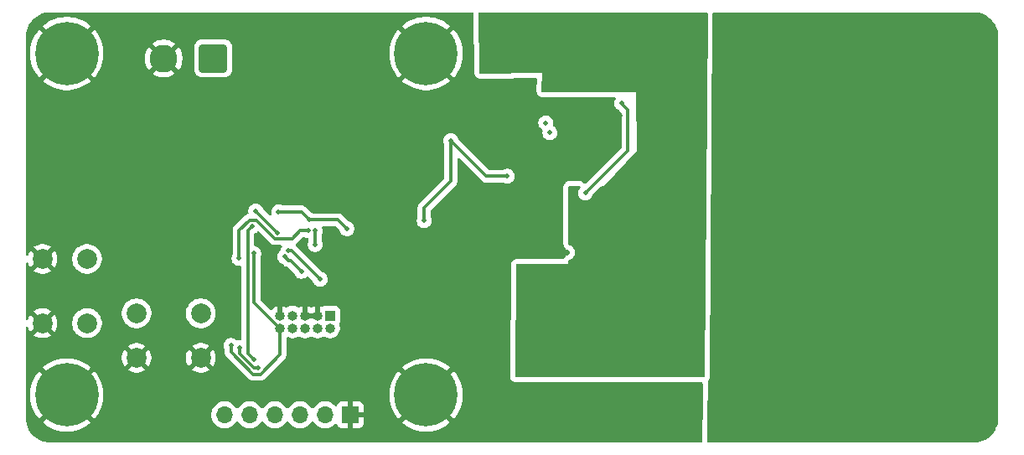
<source format=gbr>
%TF.GenerationSoftware,KiCad,Pcbnew,9.0.0*%
%TF.CreationDate,2025-08-28T16:21:24-07:00*%
%TF.ProjectId,Simple_12V_Panel,53696d70-6c65-45f3-9132-565f50616e65,rev?*%
%TF.SameCoordinates,Original*%
%TF.FileFunction,Copper,L2,Bot*%
%TF.FilePolarity,Positive*%
%FSLAX46Y46*%
G04 Gerber Fmt 4.6, Leading zero omitted, Abs format (unit mm)*
G04 Created by KiCad (PCBNEW 9.0.0) date 2025-08-28 16:21:24*
%MOMM*%
%LPD*%
G01*
G04 APERTURE LIST*
G04 Aperture macros list*
%AMRoundRect*
0 Rectangle with rounded corners*
0 $1 Rounding radius*
0 $2 $3 $4 $5 $6 $7 $8 $9 X,Y pos of 4 corners*
0 Add a 4 corners polygon primitive as box body*
4,1,4,$2,$3,$4,$5,$6,$7,$8,$9,$2,$3,0*
0 Add four circle primitives for the rounded corners*
1,1,$1+$1,$2,$3*
1,1,$1+$1,$4,$5*
1,1,$1+$1,$6,$7*
1,1,$1+$1,$8,$9*
0 Add four rect primitives between the rounded corners*
20,1,$1+$1,$2,$3,$4,$5,0*
20,1,$1+$1,$4,$5,$6,$7,0*
20,1,$1+$1,$6,$7,$8,$9,0*
20,1,$1+$1,$8,$9,$2,$3,0*%
G04 Aperture macros list end*
%TA.AperFunction,ComponentPad*%
%ADD10C,6.400000*%
%TD*%
%TA.AperFunction,ComponentPad*%
%ADD11C,2.000000*%
%TD*%
%TA.AperFunction,ComponentPad*%
%ADD12RoundRect,0.250001X1.149999X1.149999X-1.149999X1.149999X-1.149999X-1.149999X1.149999X-1.149999X0*%
%TD*%
%TA.AperFunction,ComponentPad*%
%ADD13C,2.800000*%
%TD*%
%TA.AperFunction,ComponentPad*%
%ADD14R,1.700000X1.700000*%
%TD*%
%TA.AperFunction,ComponentPad*%
%ADD15O,1.700000X1.700000*%
%TD*%
%TA.AperFunction,ComponentPad*%
%ADD16R,1.000000X1.000000*%
%TD*%
%TA.AperFunction,ComponentPad*%
%ADD17O,1.000000X1.000000*%
%TD*%
%TA.AperFunction,ViaPad*%
%ADD18C,0.500000*%
%TD*%
%TA.AperFunction,ViaPad*%
%ADD19C,1.500000*%
%TD*%
%TA.AperFunction,Conductor*%
%ADD20C,0.300000*%
%TD*%
G04 APERTURE END LIST*
D10*
%TO.P,H4,1,1*%
%TO.N,GND*%
X151000000Y-85000000D03*
%TD*%
%TO.P,H3,1,1*%
%TO.N,GND*%
X114700000Y-85000000D03*
%TD*%
%TO.P,H2,1,1*%
%TO.N,GND*%
X151000000Y-119500000D03*
%TD*%
%TO.P,H1,1,1*%
%TO.N,GND*%
X114700000Y-119500000D03*
%TD*%
D11*
%TO.P,SW1,1,1*%
%TO.N,GND*%
X112250000Y-112250000D03*
X112250000Y-105750000D03*
%TO.P,SW1,2,2*%
%TO.N,/MCU/NRST*%
X116750000Y-112250000D03*
X116750000Y-105750000D03*
%TD*%
D12*
%TO.P,J1,1,Pin_1*%
%TO.N,VCC*%
X129500000Y-85500000D03*
D13*
%TO.P,J1,2,Pin_2*%
%TO.N,GND*%
X124500000Y-85500000D03*
%TD*%
D11*
%TO.P,SW3,1,1*%
%TO.N,Net-(U5-PA6)*%
X121750000Y-111250000D03*
X128250000Y-111250000D03*
%TO.P,SW3,2,2*%
%TO.N,GND*%
X121750000Y-115750000D03*
X128250000Y-115750000D03*
%TD*%
D14*
%TO.P,J3,1,Pin_1*%
%TO.N,GND*%
X143350000Y-121500000D03*
D15*
%TO.P,J3,2,Pin_2*%
%TO.N,unconnected-(J3-Pin_2-Pad2)*%
X140810000Y-121500000D03*
%TO.P,J3,3,Pin_3*%
%TO.N,unconnected-(J3-Pin_3-Pad3)*%
X138270000Y-121500000D03*
%TO.P,J3,4,Pin_4*%
%TO.N,/MCU/UART_RX*%
X135730000Y-121500000D03*
%TO.P,J3,5,Pin_5*%
%TO.N,/MCU/UART_TX*%
X133190000Y-121500000D03*
%TO.P,J3,6,Pin_6*%
%TO.N,unconnected-(J3-Pin_6-Pad6)*%
X130650000Y-121500000D03*
%TD*%
D16*
%TO.P,J4,1,VTref*%
%TO.N,+3V3*%
X141310000Y-111500000D03*
D17*
%TO.P,J4,2,SWDIO/TMS*%
%TO.N,/MCU/SWDIO*%
X141310000Y-112770000D03*
%TO.P,J4,3,GND*%
%TO.N,GND*%
X140040000Y-111500000D03*
%TO.P,J4,4,SWCLK/TCK*%
%TO.N,/MCU/SWCLK*%
X140040000Y-112770000D03*
%TO.P,J4,5,GND*%
%TO.N,GND*%
X138770000Y-111500000D03*
%TO.P,J4,6,SWO/TDO*%
%TO.N,unconnected-(J4-SWO{slash}TDO-Pad6)*%
X138770000Y-112770000D03*
%TO.P,J4,7,KEY*%
%TO.N,unconnected-(J4-KEY-Pad7)*%
X137500000Y-111500000D03*
%TO.P,J4,8,NC/TDI*%
%TO.N,unconnected-(J4-NC{slash}TDI-Pad8)*%
X137500000Y-112770000D03*
%TO.P,J4,9,GNDDetect*%
%TO.N,GND*%
X136230000Y-111500000D03*
%TO.P,J4,10,~{RESET}*%
%TO.N,/MCU/NRST*%
X136230000Y-112770000D03*
%TD*%
D18*
%TO.N,VSET*%
X170774979Y-90025021D03*
X167100000Y-99100000D03*
%TO.N,GND*%
X169000000Y-94400000D03*
X167700000Y-94700000D03*
X167700000Y-96500000D03*
%TO.N,VSET*%
X143000000Y-102700000D03*
X136100000Y-101000000D03*
X139200000Y-101800000D03*
%TO.N,VLED*%
X163500000Y-93000000D03*
%TO.N,GND*%
X119100000Y-99100000D03*
%TO.N,/LED/Thermal_Pad*%
X197500000Y-119500000D03*
X195500000Y-119500000D03*
X196500000Y-118500000D03*
X197500000Y-118500000D03*
X194500000Y-119500000D03*
X195500000Y-118500000D03*
X194500000Y-118500000D03*
X196500000Y-119500000D03*
X197500000Y-103200000D03*
X195500000Y-103200000D03*
X196500000Y-102200000D03*
X197500000Y-102200000D03*
X194500000Y-103200000D03*
X195500000Y-102200000D03*
X194500000Y-102200000D03*
X196500000Y-103200000D03*
X197500000Y-86900000D03*
X195500000Y-86900000D03*
X196500000Y-85900000D03*
X197500000Y-85900000D03*
X194500000Y-86900000D03*
X195500000Y-85900000D03*
X194500000Y-85900000D03*
X196500000Y-86900000D03*
%TO.N,GND*%
X166600000Y-91400000D03*
X167400000Y-90600000D03*
X166600000Y-90600000D03*
X167400000Y-91400000D03*
X137300000Y-114100000D03*
X150600000Y-109500000D03*
X119800000Y-120900000D03*
X125000000Y-109300000D03*
X122900000Y-98200000D03*
X122900000Y-100200000D03*
X134800000Y-98700000D03*
X136500000Y-92700000D03*
X133000000Y-95300000D03*
X143000000Y-82400000D03*
%TO.N,/MCU/NRST*%
X131300000Y-114500000D03*
%TO.N,Net-(U5-PA6)*%
X132100000Y-105700000D03*
X139099997Y-102900000D03*
%TO.N,/MCU/UART_RX*%
X134000000Y-116800000D03*
X132200000Y-114700000D03*
%TO.N,/MCU/UART_TX*%
X133600000Y-115900000D03*
X133475735Y-102424265D03*
%TO.N,GND*%
X165300000Y-105100000D03*
X159400000Y-104900000D03*
%TO.N,/MCU/SWDIO*%
X140300000Y-107800000D03*
X137074265Y-104925735D03*
%TO.N,GND*%
X130826000Y-103124000D03*
%TO.N,/MCU/NRST*%
X133600000Y-105200000D03*
%TO.N,+3V3*%
X138400000Y-107000000D03*
X136706046Y-105521065D03*
X136000000Y-103100000D03*
X133800000Y-100900000D03*
%TO.N,/MCU/SWCLK*%
X139800000Y-104300000D03*
X139800000Y-102900000D03*
%TO.N,MOSFET*%
X150800000Y-101900000D03*
X153500000Y-93800000D03*
X159200000Y-97400000D03*
%TO.N,GND*%
X170600000Y-91308079D03*
X113300000Y-97000000D03*
X123300000Y-114300000D03*
X113900000Y-110700000D03*
X143400000Y-119400000D03*
X124200000Y-91700000D03*
X141500000Y-106900000D03*
X138800000Y-109900000D03*
X136300000Y-109900000D03*
X121000000Y-105100000D03*
X122875000Y-105500000D03*
X129100000Y-105500000D03*
X127025000Y-105500000D03*
X124950000Y-105500000D03*
D19*
%TO.N,/LED/Thermal_Pad*%
X196000000Y-119000000D03*
X196000000Y-102680000D03*
X196000000Y-86360000D03*
X190470000Y-116700000D03*
X185470000Y-118900000D03*
X185470000Y-116700000D03*
X187970000Y-118900000D03*
X187970000Y-116700000D03*
X190470000Y-118900000D03*
X190260000Y-101380000D03*
X185260000Y-103580000D03*
X185260000Y-101380000D03*
X187760000Y-103580000D03*
X187760000Y-101380000D03*
X190260000Y-103580000D03*
X187430000Y-88750000D03*
X184930000Y-88750000D03*
X189930000Y-86550000D03*
X187430000Y-86550000D03*
X184930000Y-86550000D03*
X189930000Y-88750000D03*
X202700000Y-120700000D03*
X206700000Y-116700000D03*
X202700000Y-116700000D03*
X206700000Y-112700000D03*
X202700000Y-112700000D03*
X206700000Y-108700000D03*
X202700000Y-108700000D03*
X206700000Y-104700000D03*
X202700000Y-104700000D03*
X206700000Y-100700000D03*
X202700000Y-100700000D03*
X206700000Y-96700000D03*
X202700000Y-96700000D03*
X206700000Y-92700000D03*
X202700000Y-92700000D03*
X206700000Y-88700000D03*
X202700000Y-88700000D03*
X206700000Y-84700000D03*
X202700000Y-84700000D03*
X206700000Y-120700000D03*
%TO.N,/LED/LX_1*%
X163062500Y-113875000D03*
X166050000Y-113875000D03*
X169600000Y-107900000D03*
X169600000Y-113875000D03*
X169600000Y-110887500D03*
X172875000Y-113875000D03*
X172875000Y-110887500D03*
X172875000Y-107900000D03*
X157975000Y-82587500D03*
X157975000Y-84875000D03*
X164825000Y-86900000D03*
X164825000Y-84612500D03*
X164825000Y-82325000D03*
D18*
%TO.N,VLED*%
X163100000Y-92000000D03*
%TD*%
D20*
%TO.N,VSET*%
X171400000Y-90700000D02*
X170774979Y-90074979D01*
X171400000Y-94800000D02*
X171400000Y-90700000D01*
X170774979Y-90074979D02*
X170774979Y-90025021D01*
X167100000Y-99100000D02*
X171400000Y-94800000D01*
X142100000Y-101800000D02*
X143000000Y-102700000D01*
X139200000Y-101800000D02*
X142100000Y-101800000D01*
X138400000Y-101000000D02*
X139200000Y-101800000D01*
X136100000Y-101000000D02*
X138400000Y-101000000D01*
%TO.N,Net-(U5-PA6)*%
X132100000Y-102900000D02*
X132100000Y-105700000D01*
X133176735Y-101823265D02*
X132100000Y-102900000D01*
X133873321Y-101823265D02*
X133176735Y-101823265D01*
X135751056Y-103701000D02*
X133873321Y-101823265D01*
X137499000Y-103701000D02*
X135751056Y-103701000D01*
X138300000Y-102900000D02*
X137499000Y-103701000D01*
X139099997Y-102900000D02*
X138300000Y-102900000D01*
%TO.N,/MCU/NRST*%
X131300000Y-115158463D02*
X131300000Y-114500000D01*
X134248943Y-117401000D02*
X133542537Y-117401000D01*
X133542537Y-117401000D02*
X131300000Y-115158463D01*
X136230000Y-115419943D02*
X134248943Y-117401000D01*
X136230000Y-112770000D02*
X136230000Y-115419943D01*
%TO.N,/MCU/UART_RX*%
X133650057Y-116800000D02*
X134000000Y-116800000D01*
X132200000Y-115349943D02*
X133650057Y-116800000D01*
X132200000Y-114700000D02*
X132200000Y-115349943D01*
%TO.N,/MCU/UART_TX*%
X132999000Y-115299000D02*
X133600000Y-115900000D01*
X133475735Y-102424265D02*
X132999000Y-102901000D01*
X132999000Y-102901000D02*
X132999000Y-115299000D01*
%TO.N,+3V3*%
X137300000Y-105900000D02*
X138400000Y-107000000D01*
X136706046Y-105521065D02*
X137084981Y-105900000D01*
X137084981Y-105900000D02*
X137300000Y-105900000D01*
%TO.N,/MCU/SWDIO*%
X137425735Y-104925735D02*
X140300000Y-107800000D01*
X137074265Y-104925735D02*
X137425735Y-104925735D01*
%TO.N,/MCU/NRST*%
X133600000Y-110140000D02*
X136230000Y-112770000D01*
X133600000Y-105200000D02*
X133600000Y-110140000D01*
%TO.N,+3V3*%
X133800000Y-100900000D02*
X136000000Y-103100000D01*
%TO.N,/MCU/SWCLK*%
X139800000Y-102900000D02*
X139800000Y-104300000D01*
%TO.N,MOSFET*%
X153500000Y-97900000D02*
X153500000Y-93800000D01*
X150800000Y-101900000D02*
X150800000Y-100600000D01*
X150800000Y-100600000D02*
X153500000Y-97900000D01*
X157100000Y-97400000D02*
X153500000Y-93800000D01*
X159200000Y-97400000D02*
X157100000Y-97400000D01*
%TD*%
%TA.AperFunction,Conductor*%
%TO.N,/LED/Thermal_Pad*%
G36*
X206331754Y-80823365D02*
G01*
X206621808Y-80840912D01*
X206636672Y-80842717D01*
X206714197Y-80856924D01*
X206918815Y-80894424D01*
X206933329Y-80898001D01*
X207207187Y-80983341D01*
X207221180Y-80988649D01*
X207482737Y-81106369D01*
X207495996Y-81113328D01*
X207741455Y-81261716D01*
X207753778Y-81270222D01*
X207979565Y-81447118D01*
X207990773Y-81457048D01*
X208193583Y-81659862D01*
X208203513Y-81671070D01*
X208380408Y-81896866D01*
X208388913Y-81909189D01*
X208537294Y-82154645D01*
X208544253Y-82167904D01*
X208661967Y-82429463D01*
X208667277Y-82443464D01*
X208752607Y-82717310D01*
X208756190Y-82731849D01*
X208807888Y-83013974D01*
X208809693Y-83028839D01*
X208827295Y-83319901D01*
X208827521Y-83327384D01*
X208827521Y-83359123D01*
X208827521Y-83388525D01*
X208827521Y-83388527D01*
X208827522Y-83398519D01*
X208827522Y-121818878D01*
X208827296Y-121826367D01*
X208809746Y-122116425D01*
X208807941Y-122131288D01*
X208756236Y-122413422D01*
X208752652Y-122427962D01*
X208667316Y-122701803D01*
X208662006Y-122715803D01*
X208544287Y-122977361D01*
X208537328Y-122990620D01*
X208388939Y-123236081D01*
X208380433Y-123248404D01*
X208203536Y-123474193D01*
X208193607Y-123485400D01*
X207990792Y-123688215D01*
X207979584Y-123698145D01*
X207753793Y-123875041D01*
X207741470Y-123883547D01*
X207496007Y-124031935D01*
X207482748Y-124038894D01*
X207221184Y-124156614D01*
X207207184Y-124161923D01*
X206933349Y-124247255D01*
X206918810Y-124250839D01*
X206636676Y-124302543D01*
X206621812Y-124304348D01*
X206384209Y-124318722D01*
X206331469Y-124321913D01*
X206323988Y-124322139D01*
X179567131Y-124322139D01*
X179500092Y-124302454D01*
X179454337Y-124249650D01*
X179443131Y-124197814D01*
X179448582Y-122116425D01*
X179459029Y-118127666D01*
X179478888Y-118060685D01*
X179502487Y-118033715D01*
X179509071Y-118028091D01*
X179604046Y-117920013D01*
X179664726Y-117789554D01*
X179684877Y-117722653D01*
X179684877Y-117722652D01*
X179706345Y-117580382D01*
X179961376Y-80951521D01*
X179961375Y-80951516D01*
X179961399Y-80948146D01*
X179962630Y-80948154D01*
X179977922Y-80885134D01*
X180028492Y-80836921D01*
X180085307Y-80823139D01*
X206262126Y-80823139D01*
X206324266Y-80823139D01*
X206331754Y-80823365D01*
G37*
%TD.AperFunction*%
%TD*%
%TA.AperFunction,Conductor*%
%TO.N,/LED/LX_1*%
G36*
X179398930Y-80842824D02*
G01*
X179444685Y-80895628D01*
X179455888Y-80948002D01*
X179200857Y-117576863D01*
X179180706Y-117643764D01*
X179127585Y-117689150D01*
X179076860Y-117700000D01*
X160125087Y-117700000D01*
X160058048Y-117680315D01*
X160012293Y-117627511D01*
X160001092Y-117574917D01*
X160098926Y-106372917D01*
X160119195Y-106306052D01*
X160172397Y-106260760D01*
X160222921Y-106250000D01*
X165400000Y-106250000D01*
X165399418Y-105947429D01*
X165418974Y-105880352D01*
X165471690Y-105834496D01*
X165499222Y-105825574D01*
X165518913Y-105821658D01*
X165655495Y-105765084D01*
X165778416Y-105682951D01*
X165882951Y-105578416D01*
X165965084Y-105455495D01*
X166021658Y-105318913D01*
X166050500Y-105173918D01*
X166050500Y-105026082D01*
X166050500Y-105026079D01*
X166021659Y-104881092D01*
X166021658Y-104881091D01*
X166021658Y-104881087D01*
X165998874Y-104826082D01*
X165965087Y-104744511D01*
X165965080Y-104744498D01*
X165882951Y-104621584D01*
X165882948Y-104621580D01*
X165778419Y-104517051D01*
X165778415Y-104517048D01*
X165655501Y-104434919D01*
X165655488Y-104434912D01*
X165518915Y-104378342D01*
X165518912Y-104378341D01*
X165495962Y-104373776D01*
X165434052Y-104341389D01*
X165399480Y-104280672D01*
X165396158Y-104252410D01*
X165385066Y-98484516D01*
X165404622Y-98417442D01*
X165457338Y-98371586D01*
X165510473Y-98360289D01*
X166469490Y-98371203D01*
X166536297Y-98391648D01*
X166581448Y-98444969D01*
X166590604Y-98514236D01*
X166560858Y-98577458D01*
X166555757Y-98582874D01*
X166517052Y-98621579D01*
X166517048Y-98621584D01*
X166434919Y-98744498D01*
X166434912Y-98744511D01*
X166378343Y-98881082D01*
X166378340Y-98881092D01*
X166349500Y-99026079D01*
X166349500Y-99026082D01*
X166349500Y-99173918D01*
X166349500Y-99173920D01*
X166349499Y-99173920D01*
X166378340Y-99318907D01*
X166378343Y-99318917D01*
X166434912Y-99455488D01*
X166434919Y-99455501D01*
X166517048Y-99578415D01*
X166517051Y-99578419D01*
X166621580Y-99682948D01*
X166621584Y-99682951D01*
X166744498Y-99765080D01*
X166744511Y-99765087D01*
X166881082Y-99821656D01*
X166881087Y-99821658D01*
X166881091Y-99821658D01*
X166881092Y-99821659D01*
X167026079Y-99850500D01*
X167026082Y-99850500D01*
X167173920Y-99850500D01*
X167271462Y-99831096D01*
X167318913Y-99821658D01*
X167455495Y-99765084D01*
X167578416Y-99682951D01*
X167682951Y-99578416D01*
X167765084Y-99455495D01*
X167821658Y-99318913D01*
X167821658Y-99318912D01*
X167823989Y-99313285D01*
X167824852Y-99313642D01*
X167852600Y-99267344D01*
X168686194Y-98433750D01*
X168747513Y-98400268D01*
X168775275Y-98397442D01*
X169000000Y-98400000D01*
X172306872Y-94792504D01*
X172244090Y-88922410D01*
X162801922Y-88900297D01*
X162734928Y-88880455D01*
X162689297Y-88827544D01*
X162678253Y-88773119D01*
X162725000Y-86949999D01*
X156498769Y-87023538D01*
X156431502Y-87004647D01*
X156385127Y-86952387D01*
X156373316Y-86901234D01*
X156292331Y-80948826D01*
X156311102Y-80881525D01*
X156363279Y-80835056D01*
X156416320Y-80823139D01*
X179331891Y-80823139D01*
X179398930Y-80842824D01*
G37*
%TD.AperFunction*%
%TD*%
%TA.AperFunction,Conductor*%
%TO.N,GND*%
G36*
X155730205Y-80842824D02*
G01*
X155775960Y-80895628D01*
X155786392Y-80951280D01*
X155786818Y-80951275D01*
X155786851Y-80953728D01*
X155786959Y-80954303D01*
X155786878Y-80955699D01*
X155786878Y-80955702D01*
X155786878Y-80955703D01*
X155791041Y-81261690D01*
X155867862Y-86908104D01*
X155867864Y-86908122D01*
X155880771Y-87014941D01*
X155880775Y-87014963D01*
X155892584Y-87066107D01*
X155892588Y-87066121D01*
X155910791Y-87118651D01*
X155927819Y-87167793D01*
X155953501Y-87206736D01*
X156007027Y-87287902D01*
X156007032Y-87287908D01*
X156050016Y-87336347D01*
X156051390Y-87338030D01*
X156053411Y-87340173D01*
X156163249Y-87433098D01*
X156163250Y-87433098D01*
X156163252Y-87433100D01*
X156294827Y-87491320D01*
X156294833Y-87491321D01*
X156294834Y-87491322D01*
X156362086Y-87510209D01*
X156362087Y-87510209D01*
X156362094Y-87510211D01*
X156504739Y-87529003D01*
X156504746Y-87529002D01*
X156504747Y-87529003D01*
X157566229Y-87516465D01*
X162077491Y-87463181D01*
X162144758Y-87482072D01*
X162191133Y-87534332D01*
X162202914Y-87590350D01*
X162172918Y-88760156D01*
X162172919Y-88760160D01*
X162182849Y-88873649D01*
X162193892Y-88928065D01*
X162193893Y-88928069D01*
X162193894Y-88928072D01*
X162228987Y-89036458D01*
X162228988Y-89036459D01*
X162306487Y-89157675D01*
X162352120Y-89210589D01*
X162460635Y-89305066D01*
X162460636Y-89305066D01*
X162460637Y-89305067D01*
X162591375Y-89365143D01*
X162657380Y-89384692D01*
X162658316Y-89384978D01*
X162658371Y-89384986D01*
X162800738Y-89405796D01*
X170043083Y-89422756D01*
X170110077Y-89442598D01*
X170155708Y-89495509D01*
X170165489Y-89564690D01*
X170145895Y-89615647D01*
X170109898Y-89669519D01*
X170109891Y-89669532D01*
X170053322Y-89806103D01*
X170053319Y-89806113D01*
X170024479Y-89951100D01*
X170024479Y-89951103D01*
X170024479Y-90098939D01*
X170024479Y-90098941D01*
X170024478Y-90098941D01*
X170053319Y-90243928D01*
X170053322Y-90243938D01*
X170109891Y-90380509D01*
X170109898Y-90380522D01*
X170192027Y-90503436D01*
X170192030Y-90503440D01*
X170296559Y-90607969D01*
X170296567Y-90607975D01*
X170419473Y-90690098D01*
X170419476Y-90690099D01*
X170419484Y-90690105D01*
X170483208Y-90716499D01*
X170523433Y-90743378D01*
X170713181Y-90933126D01*
X170746666Y-90994449D01*
X170749500Y-91020807D01*
X170749500Y-94479191D01*
X170729815Y-94546230D01*
X170713181Y-94566872D01*
X167151671Y-98128381D01*
X167090348Y-98161866D01*
X167020656Y-98156882D01*
X166969358Y-98120830D01*
X166967224Y-98118309D01*
X166967221Y-98118305D01*
X166922070Y-98064984D01*
X166814413Y-97969532D01*
X166802806Y-97964071D01*
X166684226Y-97908278D01*
X166684224Y-97908277D01*
X166674421Y-97905277D01*
X166627686Y-97890974D01*
X166621443Y-97888456D01*
X166475245Y-97865736D01*
X166475232Y-97865735D01*
X165516224Y-97854821D01*
X165516220Y-97854822D01*
X165405357Y-97865839D01*
X165405351Y-97865840D01*
X165352211Y-97877138D01*
X165246465Y-97912170D01*
X165208449Y-97936704D01*
X165125574Y-97990190D01*
X165125570Y-97990192D01*
X165125569Y-97990194D01*
X165072854Y-98036049D01*
X164978849Y-98144958D01*
X164978848Y-98144959D01*
X164919328Y-98275948D01*
X164909502Y-98309650D01*
X164900429Y-98340770D01*
X164899913Y-98342420D01*
X164899768Y-98343035D01*
X164879567Y-98485488D01*
X164879567Y-98485489D01*
X164890659Y-104253392D01*
X164894113Y-104311419D01*
X164894114Y-104311422D01*
X164897432Y-104339661D01*
X164897438Y-104339700D01*
X164907525Y-104396905D01*
X164907527Y-104396913D01*
X164960197Y-104530793D01*
X164960201Y-104530802D01*
X164993111Y-104588599D01*
X164994095Y-104590442D01*
X164994768Y-104591510D01*
X164994770Y-104591513D01*
X164994771Y-104591514D01*
X164994772Y-104591516D01*
X165083035Y-104705144D01*
X165105826Y-104721580D01*
X165199730Y-104789299D01*
X165199733Y-104789300D01*
X165199735Y-104789302D01*
X165261645Y-104821689D01*
X165261660Y-104821697D01*
X165304766Y-104836903D01*
X165305986Y-104837363D01*
X165306108Y-104837455D01*
X165309695Y-104838830D01*
X165325467Y-104845362D01*
X165325467Y-104845363D01*
X165404768Y-104878210D01*
X165426206Y-104889669D01*
X165446022Y-104902910D01*
X165464809Y-104918327D01*
X165481665Y-104935182D01*
X165497087Y-104953974D01*
X165510328Y-104973790D01*
X165521790Y-104995233D01*
X165530913Y-105017260D01*
X165537966Y-105040512D01*
X165542616Y-105063883D01*
X165545000Y-105088080D01*
X165545000Y-105111913D01*
X165542616Y-105136109D01*
X165537964Y-105159491D01*
X165530910Y-105182745D01*
X165521790Y-105204764D01*
X165510329Y-105226207D01*
X165497083Y-105246030D01*
X165481663Y-105264818D01*
X165464818Y-105281663D01*
X165446027Y-105297085D01*
X165426204Y-105310330D01*
X165404767Y-105321788D01*
X165367695Y-105337144D01*
X165351513Y-105342575D01*
X165343404Y-105344688D01*
X165343389Y-105344692D01*
X165315859Y-105353613D01*
X165315856Y-105353615D01*
X165260812Y-105375082D01*
X165139925Y-105453100D01*
X165107753Y-105481086D01*
X165087210Y-105498956D01*
X164993197Y-105607874D01*
X164993196Y-105607874D01*
X164993196Y-105607875D01*
X164964153Y-105671796D01*
X164918499Y-105724687D01*
X164851497Y-105744500D01*
X160222911Y-105744500D01*
X160117627Y-105755588D01*
X160117608Y-105755591D01*
X160067104Y-105766346D01*
X159966433Y-105799122D01*
X159844707Y-105875856D01*
X159793853Y-105919150D01*
X159791814Y-105920800D01*
X159696343Y-106029055D01*
X159635432Y-106159410D01*
X159615162Y-106226280D01*
X159593444Y-106368501D01*
X159593444Y-106368504D01*
X159495610Y-117570496D01*
X159506681Y-117680219D01*
X159517881Y-117732808D01*
X159517882Y-117732811D01*
X159552474Y-117837505D01*
X159630257Y-117958537D01*
X159630266Y-117958548D01*
X159676010Y-118011340D01*
X159676013Y-118011343D01*
X159676017Y-118011347D01*
X159784751Y-118105567D01*
X159784754Y-118105568D01*
X159784755Y-118105569D01*
X159841659Y-118131557D01*
X159915628Y-118165338D01*
X159982667Y-118185023D01*
X159982671Y-118185024D01*
X160125087Y-118205500D01*
X178828998Y-118205500D01*
X178896037Y-118225185D01*
X178941792Y-118277989D01*
X178952998Y-118329825D01*
X178949227Y-119769727D01*
X178937633Y-124196490D01*
X178937634Y-124196500D01*
X178937629Y-124198464D01*
X178917769Y-124265451D01*
X178864845Y-124311068D01*
X178813629Y-124322139D01*
X113141518Y-124322139D01*
X113133913Y-124322138D01*
X113133910Y-124322138D01*
X113103721Y-124322138D01*
X113071764Y-124322138D01*
X113071763Y-124322137D01*
X113064280Y-124321912D01*
X112774218Y-124304369D01*
X112759354Y-124302564D01*
X112477220Y-124250864D01*
X112462686Y-124247282D01*
X112299683Y-124196490D01*
X112188829Y-124161947D01*
X112174829Y-124156637D01*
X111913264Y-124038919D01*
X111900011Y-124031964D01*
X111654526Y-123883566D01*
X111642214Y-123875067D01*
X111416423Y-123698174D01*
X111405215Y-123688245D01*
X111202390Y-123485425D01*
X111192460Y-123474217D01*
X111015560Y-123248425D01*
X111007054Y-123236102D01*
X110858661Y-122990637D01*
X110851702Y-122977378D01*
X110733980Y-122715817D01*
X110728670Y-122701817D01*
X110720069Y-122674217D01*
X110643331Y-122427968D01*
X110639748Y-122413432D01*
X110636888Y-122397827D01*
X110588038Y-122131278D01*
X110586236Y-122116442D01*
X110568748Y-121827375D01*
X110568522Y-121819887D01*
X110568522Y-119318234D01*
X111000000Y-119318234D01*
X111000000Y-119681765D01*
X111035632Y-120043556D01*
X111106550Y-120400090D01*
X111106553Y-120400101D01*
X111212086Y-120747997D01*
X111351207Y-121083864D01*
X111351209Y-121083869D01*
X111522570Y-121404462D01*
X111522581Y-121404480D01*
X111724551Y-121706750D01*
X111911678Y-121934765D01*
X111911679Y-121934766D01*
X113405747Y-120440697D01*
X113479588Y-120542330D01*
X113657670Y-120720412D01*
X113759301Y-120794251D01*
X112265232Y-122288319D01*
X112265233Y-122288320D01*
X112493249Y-122475448D01*
X112795519Y-122677418D01*
X112795537Y-122677429D01*
X113116130Y-122848790D01*
X113116135Y-122848792D01*
X113452002Y-122987913D01*
X113799898Y-123093446D01*
X113799909Y-123093449D01*
X114156443Y-123164367D01*
X114518234Y-123200000D01*
X114881766Y-123200000D01*
X115243556Y-123164367D01*
X115600090Y-123093449D01*
X115600101Y-123093446D01*
X115947997Y-122987913D01*
X116283864Y-122848792D01*
X116283869Y-122848790D01*
X116604462Y-122677429D01*
X116604480Y-122677418D01*
X116906736Y-122475457D01*
X116906750Y-122475447D01*
X117134765Y-122288320D01*
X117134766Y-122288319D01*
X115640698Y-120794251D01*
X115742330Y-120720412D01*
X115920412Y-120542330D01*
X115994251Y-120440698D01*
X117488319Y-121934766D01*
X117488320Y-121934765D01*
X117675447Y-121706750D01*
X117675457Y-121706736D01*
X117877418Y-121404480D01*
X117877429Y-121404462D01*
X117883175Y-121393713D01*
X129299500Y-121393713D01*
X129299500Y-121606286D01*
X129323331Y-121756753D01*
X129332754Y-121816243D01*
X129390710Y-121994613D01*
X129398444Y-122018414D01*
X129494951Y-122207820D01*
X129619890Y-122379786D01*
X129770213Y-122530109D01*
X129942179Y-122655048D01*
X129942181Y-122655049D01*
X129942184Y-122655051D01*
X130131588Y-122751557D01*
X130333757Y-122817246D01*
X130543713Y-122850500D01*
X130543714Y-122850500D01*
X130756286Y-122850500D01*
X130756287Y-122850500D01*
X130966243Y-122817246D01*
X131168412Y-122751557D01*
X131357816Y-122655051D01*
X131444478Y-122592088D01*
X131529786Y-122530109D01*
X131529788Y-122530106D01*
X131529792Y-122530104D01*
X131680104Y-122379792D01*
X131680106Y-122379788D01*
X131680109Y-122379786D01*
X131805048Y-122207820D01*
X131805047Y-122207820D01*
X131805051Y-122207816D01*
X131809514Y-122199054D01*
X131857488Y-122148259D01*
X131925308Y-122131463D01*
X131991444Y-122153999D01*
X132030486Y-122199056D01*
X132034951Y-122207820D01*
X132159890Y-122379786D01*
X132310213Y-122530109D01*
X132482179Y-122655048D01*
X132482181Y-122655049D01*
X132482184Y-122655051D01*
X132671588Y-122751557D01*
X132873757Y-122817246D01*
X133083713Y-122850500D01*
X133083714Y-122850500D01*
X133296286Y-122850500D01*
X133296287Y-122850500D01*
X133506243Y-122817246D01*
X133708412Y-122751557D01*
X133897816Y-122655051D01*
X133984478Y-122592088D01*
X134069786Y-122530109D01*
X134069788Y-122530106D01*
X134069792Y-122530104D01*
X134220104Y-122379792D01*
X134220106Y-122379788D01*
X134220109Y-122379786D01*
X134345048Y-122207820D01*
X134345047Y-122207820D01*
X134345051Y-122207816D01*
X134349514Y-122199054D01*
X134397488Y-122148259D01*
X134465308Y-122131463D01*
X134531444Y-122153999D01*
X134570486Y-122199056D01*
X134574951Y-122207820D01*
X134699890Y-122379786D01*
X134850213Y-122530109D01*
X135022179Y-122655048D01*
X135022181Y-122655049D01*
X135022184Y-122655051D01*
X135211588Y-122751557D01*
X135413757Y-122817246D01*
X135623713Y-122850500D01*
X135623714Y-122850500D01*
X135836286Y-122850500D01*
X135836287Y-122850500D01*
X136046243Y-122817246D01*
X136248412Y-122751557D01*
X136437816Y-122655051D01*
X136524478Y-122592088D01*
X136609786Y-122530109D01*
X136609788Y-122530106D01*
X136609792Y-122530104D01*
X136760104Y-122379792D01*
X136760106Y-122379788D01*
X136760109Y-122379786D01*
X136885048Y-122207820D01*
X136885047Y-122207820D01*
X136885051Y-122207816D01*
X136889514Y-122199054D01*
X136937488Y-122148259D01*
X137005308Y-122131463D01*
X137071444Y-122153999D01*
X137110486Y-122199056D01*
X137114951Y-122207820D01*
X137239890Y-122379786D01*
X137390213Y-122530109D01*
X137562179Y-122655048D01*
X137562181Y-122655049D01*
X137562184Y-122655051D01*
X137751588Y-122751557D01*
X137953757Y-122817246D01*
X138163713Y-122850500D01*
X138163714Y-122850500D01*
X138376286Y-122850500D01*
X138376287Y-122850500D01*
X138586243Y-122817246D01*
X138788412Y-122751557D01*
X138977816Y-122655051D01*
X139064478Y-122592088D01*
X139149786Y-122530109D01*
X139149788Y-122530106D01*
X139149792Y-122530104D01*
X139300104Y-122379792D01*
X139300106Y-122379788D01*
X139300109Y-122379786D01*
X139425048Y-122207820D01*
X139425047Y-122207820D01*
X139425051Y-122207816D01*
X139429514Y-122199054D01*
X139477488Y-122148259D01*
X139545308Y-122131463D01*
X139611444Y-122153999D01*
X139650486Y-122199056D01*
X139654951Y-122207820D01*
X139779890Y-122379786D01*
X139930213Y-122530109D01*
X140102179Y-122655048D01*
X140102181Y-122655049D01*
X140102184Y-122655051D01*
X140291588Y-122751557D01*
X140493757Y-122817246D01*
X140703713Y-122850500D01*
X140703714Y-122850500D01*
X140916286Y-122850500D01*
X140916287Y-122850500D01*
X141126243Y-122817246D01*
X141328412Y-122751557D01*
X141517816Y-122655051D01*
X141604478Y-122592088D01*
X141689784Y-122530110D01*
X141689784Y-122530109D01*
X141689792Y-122530104D01*
X141803717Y-122416178D01*
X141865036Y-122382696D01*
X141934728Y-122387680D01*
X141990662Y-122429551D01*
X142007577Y-122460528D01*
X142056646Y-122592088D01*
X142056649Y-122592093D01*
X142142809Y-122707187D01*
X142142812Y-122707190D01*
X142257906Y-122793350D01*
X142257913Y-122793354D01*
X142392620Y-122843596D01*
X142392627Y-122843598D01*
X142452155Y-122849999D01*
X142452172Y-122850000D01*
X143100000Y-122850000D01*
X143100000Y-121933012D01*
X143157007Y-121965925D01*
X143284174Y-122000000D01*
X143415826Y-122000000D01*
X143542993Y-121965925D01*
X143600000Y-121933012D01*
X143600000Y-122850000D01*
X144247828Y-122850000D01*
X144247844Y-122849999D01*
X144307372Y-122843598D01*
X144307379Y-122843596D01*
X144442086Y-122793354D01*
X144442093Y-122793350D01*
X144557187Y-122707190D01*
X144557190Y-122707187D01*
X144643350Y-122592093D01*
X144643354Y-122592086D01*
X144693596Y-122457379D01*
X144693598Y-122457372D01*
X144699999Y-122397844D01*
X144700000Y-122397827D01*
X144700000Y-121750000D01*
X143783012Y-121750000D01*
X143815925Y-121692993D01*
X143850000Y-121565826D01*
X143850000Y-121434174D01*
X143815925Y-121307007D01*
X143783012Y-121250000D01*
X144700000Y-121250000D01*
X144700000Y-120602172D01*
X144699999Y-120602155D01*
X144693598Y-120542627D01*
X144693596Y-120542620D01*
X144643354Y-120407913D01*
X144643350Y-120407906D01*
X144557190Y-120292812D01*
X144557187Y-120292809D01*
X144442093Y-120206649D01*
X144442086Y-120206645D01*
X144307379Y-120156403D01*
X144307372Y-120156401D01*
X144247844Y-120150000D01*
X143600000Y-120150000D01*
X143600000Y-121066988D01*
X143542993Y-121034075D01*
X143415826Y-121000000D01*
X143284174Y-121000000D01*
X143157007Y-121034075D01*
X143100000Y-121066988D01*
X143100000Y-120150000D01*
X142452155Y-120150000D01*
X142392627Y-120156401D01*
X142392620Y-120156403D01*
X142257913Y-120206645D01*
X142257906Y-120206649D01*
X142142812Y-120292809D01*
X142142809Y-120292812D01*
X142056649Y-120407906D01*
X142056646Y-120407912D01*
X142007577Y-120539471D01*
X141965705Y-120595404D01*
X141900241Y-120619821D01*
X141831968Y-120604969D01*
X141803714Y-120583818D01*
X141689786Y-120469890D01*
X141517820Y-120344951D01*
X141328414Y-120248444D01*
X141328413Y-120248443D01*
X141328412Y-120248443D01*
X141126243Y-120182754D01*
X141126241Y-120182753D01*
X141126240Y-120182753D01*
X140964957Y-120157208D01*
X140916287Y-120149500D01*
X140703713Y-120149500D01*
X140655042Y-120157208D01*
X140493760Y-120182753D01*
X140291585Y-120248444D01*
X140102179Y-120344951D01*
X139930213Y-120469890D01*
X139779890Y-120620213D01*
X139654949Y-120792182D01*
X139650484Y-120800946D01*
X139602509Y-120851742D01*
X139534688Y-120868536D01*
X139468553Y-120845998D01*
X139429516Y-120800946D01*
X139425050Y-120792182D01*
X139300109Y-120620213D01*
X139149786Y-120469890D01*
X138977820Y-120344951D01*
X138788414Y-120248444D01*
X138788413Y-120248443D01*
X138788412Y-120248443D01*
X138586243Y-120182754D01*
X138586241Y-120182753D01*
X138586240Y-120182753D01*
X138424957Y-120157208D01*
X138376287Y-120149500D01*
X138163713Y-120149500D01*
X138115042Y-120157208D01*
X137953760Y-120182753D01*
X137751585Y-120248444D01*
X137562179Y-120344951D01*
X137390213Y-120469890D01*
X137239890Y-120620213D01*
X137114949Y-120792182D01*
X137110484Y-120800946D01*
X137062509Y-120851742D01*
X136994688Y-120868536D01*
X136928553Y-120845998D01*
X136889516Y-120800946D01*
X136885050Y-120792182D01*
X136760109Y-120620213D01*
X136609786Y-120469890D01*
X136437820Y-120344951D01*
X136248414Y-120248444D01*
X136248413Y-120248443D01*
X136248412Y-120248443D01*
X136046243Y-120182754D01*
X136046241Y-120182753D01*
X136046240Y-120182753D01*
X135884957Y-120157208D01*
X135836287Y-120149500D01*
X135623713Y-120149500D01*
X135575042Y-120157208D01*
X135413760Y-120182753D01*
X135211585Y-120248444D01*
X135022179Y-120344951D01*
X134850213Y-120469890D01*
X134699890Y-120620213D01*
X134574949Y-120792182D01*
X134570484Y-120800946D01*
X134522509Y-120851742D01*
X134454688Y-120868536D01*
X134388553Y-120845998D01*
X134349516Y-120800946D01*
X134345050Y-120792182D01*
X134220109Y-120620213D01*
X134069786Y-120469890D01*
X133897820Y-120344951D01*
X133708414Y-120248444D01*
X133708413Y-120248443D01*
X133708412Y-120248443D01*
X133506243Y-120182754D01*
X133506241Y-120182753D01*
X133506240Y-120182753D01*
X133344957Y-120157208D01*
X133296287Y-120149500D01*
X133083713Y-120149500D01*
X133035042Y-120157208D01*
X132873760Y-120182753D01*
X132671585Y-120248444D01*
X132482179Y-120344951D01*
X132310213Y-120469890D01*
X132159890Y-120620213D01*
X132034949Y-120792182D01*
X132030484Y-120800946D01*
X131982509Y-120851742D01*
X131914688Y-120868536D01*
X131848553Y-120845998D01*
X131809516Y-120800946D01*
X131805050Y-120792182D01*
X131680109Y-120620213D01*
X131529786Y-120469890D01*
X131357820Y-120344951D01*
X131168414Y-120248444D01*
X131168413Y-120248443D01*
X131168412Y-120248443D01*
X130966243Y-120182754D01*
X130966241Y-120182753D01*
X130966240Y-120182753D01*
X130804957Y-120157208D01*
X130756287Y-120149500D01*
X130543713Y-120149500D01*
X130495042Y-120157208D01*
X130333760Y-120182753D01*
X130131585Y-120248444D01*
X129942179Y-120344951D01*
X129770213Y-120469890D01*
X129619890Y-120620213D01*
X129494951Y-120792179D01*
X129398444Y-120981585D01*
X129332753Y-121183760D01*
X129299500Y-121393713D01*
X117883175Y-121393713D01*
X117917023Y-121330388D01*
X118048790Y-121083869D01*
X118048792Y-121083864D01*
X118187913Y-120747997D01*
X118293446Y-120400101D01*
X118293449Y-120400090D01*
X118364367Y-120043556D01*
X118400000Y-119681765D01*
X118400000Y-119318234D01*
X147300000Y-119318234D01*
X147300000Y-119681765D01*
X147335632Y-120043556D01*
X147406550Y-120400090D01*
X147406553Y-120400101D01*
X147512086Y-120747997D01*
X147651207Y-121083864D01*
X147651209Y-121083869D01*
X147822570Y-121404462D01*
X147822581Y-121404480D01*
X148024551Y-121706750D01*
X148211678Y-121934765D01*
X148211679Y-121934766D01*
X149705747Y-120440697D01*
X149779588Y-120542330D01*
X149957670Y-120720412D01*
X150059301Y-120794251D01*
X148565232Y-122288319D01*
X148565233Y-122288320D01*
X148793249Y-122475448D01*
X149095519Y-122677418D01*
X149095537Y-122677429D01*
X149416130Y-122848790D01*
X149416135Y-122848792D01*
X149752002Y-122987913D01*
X150099898Y-123093446D01*
X150099909Y-123093449D01*
X150456443Y-123164367D01*
X150818234Y-123200000D01*
X151181766Y-123200000D01*
X151543556Y-123164367D01*
X151900090Y-123093449D01*
X151900101Y-123093446D01*
X152247997Y-122987913D01*
X152583864Y-122848792D01*
X152583869Y-122848790D01*
X152904462Y-122677429D01*
X152904480Y-122677418D01*
X153206736Y-122475457D01*
X153206750Y-122475447D01*
X153434765Y-122288320D01*
X153434766Y-122288319D01*
X151940698Y-120794251D01*
X152042330Y-120720412D01*
X152220412Y-120542330D01*
X152294251Y-120440698D01*
X153788319Y-121934766D01*
X153788320Y-121934765D01*
X153975447Y-121706750D01*
X153975457Y-121706736D01*
X154177418Y-121404480D01*
X154177429Y-121404462D01*
X154348790Y-121083869D01*
X154348792Y-121083864D01*
X154487913Y-120747997D01*
X154593446Y-120400101D01*
X154593449Y-120400090D01*
X154664367Y-120043556D01*
X154700000Y-119681765D01*
X154700000Y-119318234D01*
X154664367Y-118956443D01*
X154593449Y-118599909D01*
X154593446Y-118599898D01*
X154487913Y-118252002D01*
X154348792Y-117916135D01*
X154348790Y-117916130D01*
X154177429Y-117595537D01*
X154177418Y-117595519D01*
X153975448Y-117293249D01*
X153788320Y-117065233D01*
X153788319Y-117065232D01*
X152294251Y-118559300D01*
X152220412Y-118457670D01*
X152042330Y-118279588D01*
X151940698Y-118205748D01*
X153434766Y-116711679D01*
X153434765Y-116711678D01*
X153206750Y-116524551D01*
X152904480Y-116322581D01*
X152904462Y-116322570D01*
X152583869Y-116151209D01*
X152583864Y-116151207D01*
X152247997Y-116012086D01*
X151900101Y-115906553D01*
X151900090Y-115906550D01*
X151543556Y-115835632D01*
X151181766Y-115800000D01*
X150818234Y-115800000D01*
X150456443Y-115835632D01*
X150099909Y-115906550D01*
X150099898Y-115906553D01*
X149752002Y-116012086D01*
X149416135Y-116151207D01*
X149416130Y-116151209D01*
X149095537Y-116322570D01*
X149095519Y-116322581D01*
X148793258Y-116524545D01*
X148793254Y-116524548D01*
X148565233Y-116711679D01*
X148565233Y-116711680D01*
X150059301Y-118205748D01*
X149957670Y-118279588D01*
X149779588Y-118457670D01*
X149705748Y-118559301D01*
X148211680Y-117065233D01*
X148211679Y-117065233D01*
X148024548Y-117293254D01*
X148024545Y-117293258D01*
X147822581Y-117595519D01*
X147822570Y-117595537D01*
X147651209Y-117916130D01*
X147651207Y-117916135D01*
X147512086Y-118252002D01*
X147406553Y-118599898D01*
X147406550Y-118599909D01*
X147335632Y-118956443D01*
X147300000Y-119318234D01*
X118400000Y-119318234D01*
X118364367Y-118956443D01*
X118293449Y-118599909D01*
X118293446Y-118599898D01*
X118187913Y-118252002D01*
X118048792Y-117916135D01*
X118048790Y-117916130D01*
X117877429Y-117595537D01*
X117877418Y-117595519D01*
X117675448Y-117293249D01*
X117488320Y-117065233D01*
X117488319Y-117065232D01*
X115994251Y-118559300D01*
X115920412Y-118457670D01*
X115742330Y-118279588D01*
X115640698Y-118205748D01*
X117008728Y-116837718D01*
X117134766Y-116711679D01*
X117134765Y-116711678D01*
X116906750Y-116524551D01*
X116604480Y-116322581D01*
X116604462Y-116322570D01*
X116283869Y-116151209D01*
X116283864Y-116151207D01*
X115947997Y-116012086D01*
X115600101Y-115906553D01*
X115600090Y-115906550D01*
X115243556Y-115835632D01*
X114881766Y-115800000D01*
X114518234Y-115800000D01*
X114156443Y-115835632D01*
X113799909Y-115906550D01*
X113799898Y-115906553D01*
X113452002Y-116012086D01*
X113116135Y-116151207D01*
X113116130Y-116151209D01*
X112795537Y-116322570D01*
X112795519Y-116322581D01*
X112493258Y-116524545D01*
X112493254Y-116524548D01*
X112265233Y-116711679D01*
X112265233Y-116711680D01*
X113759301Y-118205748D01*
X113657670Y-118279588D01*
X113479588Y-118457670D01*
X113405748Y-118559301D01*
X111911680Y-117065233D01*
X111911679Y-117065233D01*
X111724548Y-117293254D01*
X111724545Y-117293258D01*
X111522581Y-117595519D01*
X111522570Y-117595537D01*
X111351209Y-117916130D01*
X111351207Y-117916135D01*
X111212086Y-118252002D01*
X111106553Y-118599898D01*
X111106550Y-118599909D01*
X111035632Y-118956443D01*
X111000000Y-119318234D01*
X110568522Y-119318234D01*
X110568522Y-115631947D01*
X120250000Y-115631947D01*
X120250000Y-115868052D01*
X120286934Y-116101247D01*
X120359897Y-116325802D01*
X120467087Y-116536174D01*
X120527338Y-116619104D01*
X120527340Y-116619105D01*
X121226212Y-115920233D01*
X121237482Y-115962292D01*
X121309890Y-116087708D01*
X121412292Y-116190110D01*
X121537708Y-116262518D01*
X121579765Y-116273787D01*
X120880893Y-116972658D01*
X120963828Y-117032914D01*
X121174197Y-117140102D01*
X121398752Y-117213065D01*
X121398751Y-117213065D01*
X121631948Y-117250000D01*
X121868052Y-117250000D01*
X122101247Y-117213065D01*
X122325802Y-117140102D01*
X122536163Y-117032918D01*
X122536169Y-117032914D01*
X122619104Y-116972658D01*
X122619105Y-116972658D01*
X121920233Y-116273787D01*
X121962292Y-116262518D01*
X122087708Y-116190110D01*
X122190110Y-116087708D01*
X122262518Y-115962292D01*
X122273787Y-115920233D01*
X122972658Y-116619105D01*
X122972658Y-116619104D01*
X123032914Y-116536169D01*
X123032918Y-116536163D01*
X123140102Y-116325802D01*
X123213065Y-116101247D01*
X123250000Y-115868052D01*
X123250000Y-115631947D01*
X126750000Y-115631947D01*
X126750000Y-115868052D01*
X126786934Y-116101247D01*
X126859897Y-116325802D01*
X126967087Y-116536174D01*
X127027338Y-116619104D01*
X127027340Y-116619105D01*
X127726212Y-115920233D01*
X127737482Y-115962292D01*
X127809890Y-116087708D01*
X127912292Y-116190110D01*
X128037708Y-116262518D01*
X128079765Y-116273787D01*
X127380893Y-116972658D01*
X127463828Y-117032914D01*
X127674197Y-117140102D01*
X127898752Y-117213065D01*
X127898751Y-117213065D01*
X128131948Y-117250000D01*
X128368052Y-117250000D01*
X128601247Y-117213065D01*
X128825802Y-117140102D01*
X129036163Y-117032918D01*
X129036169Y-117032914D01*
X129119104Y-116972658D01*
X129119105Y-116972658D01*
X128420233Y-116273787D01*
X128462292Y-116262518D01*
X128587708Y-116190110D01*
X128690110Y-116087708D01*
X128762518Y-115962292D01*
X128773787Y-115920234D01*
X129472658Y-116619105D01*
X129472658Y-116619104D01*
X129532914Y-116536169D01*
X129532918Y-116536163D01*
X129640102Y-116325802D01*
X129713065Y-116101247D01*
X129750000Y-115868052D01*
X129750000Y-115631947D01*
X129713065Y-115398752D01*
X129640102Y-115174197D01*
X129532914Y-114963828D01*
X129472658Y-114880894D01*
X129472658Y-114880893D01*
X128773787Y-115579765D01*
X128762518Y-115537708D01*
X128690110Y-115412292D01*
X128587708Y-115309890D01*
X128462292Y-115237482D01*
X128420234Y-115226212D01*
X129072525Y-114573920D01*
X130549499Y-114573920D01*
X130578340Y-114718907D01*
X130578343Y-114718917D01*
X130637247Y-114861124D01*
X130636383Y-114861481D01*
X130649500Y-114913840D01*
X130649500Y-115222532D01*
X130649500Y-115222534D01*
X130649499Y-115222534D01*
X130674497Y-115348201D01*
X130674499Y-115348207D01*
X130723535Y-115466590D01*
X130794723Y-115573132D01*
X130794726Y-115573136D01*
X133127864Y-117906274D01*
X133194055Y-117950501D01*
X133234403Y-117977461D01*
X133234409Y-117977464D01*
X133234410Y-117977465D01*
X133352793Y-118026501D01*
X133352797Y-118026501D01*
X133352798Y-118026502D01*
X133478465Y-118051500D01*
X133478468Y-118051500D01*
X134313014Y-118051500D01*
X134397558Y-118034682D01*
X134438687Y-118026501D01*
X134557070Y-117977465D01*
X134585389Y-117958543D01*
X134663612Y-117906277D01*
X135276640Y-117293249D01*
X135897077Y-116672813D01*
X136735272Y-115834617D01*
X136735273Y-115834616D01*
X136735277Y-115834612D01*
X136806465Y-115728070D01*
X136855501Y-115609686D01*
X136855502Y-115609683D01*
X136859046Y-115591871D01*
X136880499Y-115484016D01*
X136880500Y-115484014D01*
X136880500Y-113781907D01*
X136900185Y-113714868D01*
X136952989Y-113669113D01*
X137022147Y-113659169D01*
X137051950Y-113667345D01*
X137208165Y-113732051D01*
X137208169Y-113732051D01*
X137208170Y-113732052D01*
X137401456Y-113770500D01*
X137401459Y-113770500D01*
X137598543Y-113770500D01*
X137728582Y-113744632D01*
X137791835Y-113732051D01*
X137973914Y-113656632D01*
X138066109Y-113595029D01*
X138132786Y-113574151D01*
X138200166Y-113592635D01*
X138203891Y-113595029D01*
X138296086Y-113656632D01*
X138296088Y-113656633D01*
X138296092Y-113656635D01*
X138436681Y-113714868D01*
X138478165Y-113732051D01*
X138478169Y-113732051D01*
X138478170Y-113732052D01*
X138671456Y-113770500D01*
X138671459Y-113770500D01*
X138868543Y-113770500D01*
X138998582Y-113744632D01*
X139061835Y-113732051D01*
X139243914Y-113656632D01*
X139336109Y-113595029D01*
X139402786Y-113574151D01*
X139470166Y-113592635D01*
X139473891Y-113595029D01*
X139566086Y-113656632D01*
X139566088Y-113656633D01*
X139566092Y-113656635D01*
X139706681Y-113714868D01*
X139748165Y-113732051D01*
X139748169Y-113732051D01*
X139748170Y-113732052D01*
X139941456Y-113770500D01*
X139941459Y-113770500D01*
X140138543Y-113770500D01*
X140268582Y-113744632D01*
X140331835Y-113732051D01*
X140513914Y-113656632D01*
X140606109Y-113595029D01*
X140672786Y-113574151D01*
X140740166Y-113592635D01*
X140743891Y-113595029D01*
X140836086Y-113656632D01*
X140836088Y-113656633D01*
X140836092Y-113656635D01*
X140976681Y-113714868D01*
X141018165Y-113732051D01*
X141018169Y-113732051D01*
X141018170Y-113732052D01*
X141211456Y-113770500D01*
X141211459Y-113770500D01*
X141408543Y-113770500D01*
X141538582Y-113744632D01*
X141601835Y-113732051D01*
X141783914Y-113656632D01*
X141947782Y-113547139D01*
X142087139Y-113407782D01*
X142196632Y-113243914D01*
X142272051Y-113061835D01*
X142310500Y-112868541D01*
X142310500Y-112671459D01*
X142310500Y-112671456D01*
X142272052Y-112478170D01*
X142272051Y-112478169D01*
X142272051Y-112478165D01*
X142229680Y-112375873D01*
X142222212Y-112306407D01*
X142244977Y-112254111D01*
X142253796Y-112242331D01*
X142304091Y-112107483D01*
X142310500Y-112047873D01*
X142310499Y-110952128D01*
X142304091Y-110892517D01*
X142293289Y-110863556D01*
X142253797Y-110757671D01*
X142253793Y-110757664D01*
X142167547Y-110642455D01*
X142167544Y-110642452D01*
X142052335Y-110556206D01*
X142052328Y-110556202D01*
X141917482Y-110505908D01*
X141917483Y-110505908D01*
X141857883Y-110499501D01*
X141857881Y-110499500D01*
X141857873Y-110499500D01*
X141857864Y-110499500D01*
X140762129Y-110499500D01*
X140762123Y-110499501D01*
X140702516Y-110505908D01*
X140567671Y-110556202D01*
X140567667Y-110556204D01*
X140555416Y-110565375D01*
X140489950Y-110589789D01*
X140433659Y-110580665D01*
X140331691Y-110538429D01*
X140331683Y-110538427D01*
X140290000Y-110530135D01*
X140290000Y-111290382D01*
X140239554Y-111239936D01*
X140165445Y-111197149D01*
X140082787Y-111175000D01*
X139997213Y-111175000D01*
X139914555Y-111197149D01*
X139840446Y-111239936D01*
X139779936Y-111300446D01*
X139737149Y-111374555D01*
X139715000Y-111457213D01*
X139715000Y-111542787D01*
X139737149Y-111625445D01*
X139779936Y-111699554D01*
X139830382Y-111750000D01*
X138979618Y-111750000D01*
X139030064Y-111699554D01*
X139072851Y-111625445D01*
X139095000Y-111542787D01*
X139095000Y-111457213D01*
X139072851Y-111374555D01*
X139030064Y-111300446D01*
X138969554Y-111239936D01*
X138895445Y-111197149D01*
X138812787Y-111175000D01*
X138727213Y-111175000D01*
X138644555Y-111197149D01*
X138570446Y-111239936D01*
X138520000Y-111290382D01*
X138520000Y-110530136D01*
X138519999Y-110530135D01*
X139020000Y-110530135D01*
X139020000Y-111250000D01*
X139790000Y-111250000D01*
X139790000Y-110530136D01*
X139789999Y-110530135D01*
X139748316Y-110538427D01*
X139748308Y-110538429D01*
X139566328Y-110613807D01*
X139566315Y-110613814D01*
X139473891Y-110675571D01*
X139407214Y-110696449D01*
X139339833Y-110677965D01*
X139336109Y-110675571D01*
X139243684Y-110613814D01*
X139243671Y-110613807D01*
X139061691Y-110538429D01*
X139061683Y-110538427D01*
X139020000Y-110530135D01*
X138519999Y-110530135D01*
X138478316Y-110538427D01*
X138478308Y-110538429D01*
X138296325Y-110613809D01*
X138204339Y-110675271D01*
X138137661Y-110696148D01*
X138070281Y-110677663D01*
X138066559Y-110675271D01*
X138017441Y-110642452D01*
X137973914Y-110613368D01*
X137973911Y-110613366D01*
X137973910Y-110613366D01*
X137791839Y-110537950D01*
X137791829Y-110537947D01*
X137598543Y-110499500D01*
X137598541Y-110499500D01*
X137401459Y-110499500D01*
X137401457Y-110499500D01*
X137208170Y-110537947D01*
X137208160Y-110537950D01*
X137026093Y-110613364D01*
X137026082Y-110613370D01*
X136933440Y-110675271D01*
X136866762Y-110696148D01*
X136799382Y-110677663D01*
X136795659Y-110675270D01*
X136703684Y-110613814D01*
X136703671Y-110613807D01*
X136521691Y-110538429D01*
X136521683Y-110538427D01*
X136480000Y-110530135D01*
X136480000Y-111290382D01*
X136429554Y-111239936D01*
X136355445Y-111197149D01*
X136272787Y-111175000D01*
X136187213Y-111175000D01*
X136104555Y-111197149D01*
X136030446Y-111239936D01*
X135980000Y-111290382D01*
X135980000Y-110530136D01*
X135979999Y-110530135D01*
X135938316Y-110538427D01*
X135938308Y-110538429D01*
X135756328Y-110613807D01*
X135756315Y-110613814D01*
X135592537Y-110723248D01*
X135592533Y-110723251D01*
X135453255Y-110862530D01*
X135453249Y-110862537D01*
X135452764Y-110863263D01*
X135452412Y-110863556D01*
X135449391Y-110867239D01*
X135448691Y-110866665D01*
X135399146Y-110908062D01*
X135329820Y-110916762D01*
X135266796Y-110886600D01*
X135261988Y-110882042D01*
X134286819Y-109906873D01*
X134253334Y-109845550D01*
X134250500Y-109819192D01*
X134250500Y-105613840D01*
X134263616Y-105561481D01*
X134262753Y-105561124D01*
X134321656Y-105418917D01*
X134321658Y-105418913D01*
X134334647Y-105353613D01*
X134350500Y-105273920D01*
X134350500Y-105126079D01*
X134321659Y-104981092D01*
X134321658Y-104981091D01*
X134321658Y-104981087D01*
X134321656Y-104981082D01*
X134265087Y-104844511D01*
X134265080Y-104844498D01*
X134182951Y-104721584D01*
X134182948Y-104721580D01*
X134078419Y-104617051D01*
X134078415Y-104617048D01*
X133955501Y-104534919D01*
X133955488Y-104534912D01*
X133818917Y-104478343D01*
X133818908Y-104478340D01*
X133749307Y-104464495D01*
X133687396Y-104432109D01*
X133652823Y-104371392D01*
X133649500Y-104342878D01*
X133649500Y-103247477D01*
X133669185Y-103180438D01*
X133721989Y-103134683D01*
X133725987Y-103132941D01*
X133831230Y-103089349D01*
X133954151Y-103007216D01*
X133958055Y-103003311D01*
X134019373Y-102969825D01*
X134089064Y-102974806D01*
X134133419Y-103003309D01*
X135336380Y-104206271D01*
X135336383Y-104206274D01*
X135336386Y-104206276D01*
X135394467Y-104245084D01*
X135442929Y-104277465D01*
X135561312Y-104326501D01*
X135561316Y-104326501D01*
X135561317Y-104326502D01*
X135686984Y-104351500D01*
X135686987Y-104351500D01*
X136323350Y-104351500D01*
X136390389Y-104371185D01*
X136436144Y-104423989D01*
X136446088Y-104493147D01*
X136426452Y-104544391D01*
X136409184Y-104570233D01*
X136409177Y-104570246D01*
X136352608Y-104706817D01*
X136352605Y-104706826D01*
X136328723Y-104826886D01*
X136296337Y-104888796D01*
X136275998Y-104905794D01*
X136227632Y-104938111D01*
X136227626Y-104938116D01*
X136123097Y-105042645D01*
X136123094Y-105042649D01*
X136040965Y-105165563D01*
X136040958Y-105165576D01*
X135984389Y-105302147D01*
X135984386Y-105302157D01*
X135955546Y-105447144D01*
X135955546Y-105447147D01*
X135955546Y-105594983D01*
X135955546Y-105594985D01*
X135955545Y-105594985D01*
X135984386Y-105739972D01*
X135984389Y-105739982D01*
X136040958Y-105876553D01*
X136040965Y-105876566D01*
X136123094Y-105999480D01*
X136123097Y-105999484D01*
X136227626Y-106104013D01*
X136227630Y-106104016D01*
X136350544Y-106186145D01*
X136350557Y-106186152D01*
X136492761Y-106245054D01*
X136492403Y-106245918D01*
X136538699Y-106273664D01*
X136670312Y-106405277D01*
X136776854Y-106476465D01*
X136895237Y-106525501D01*
X136895241Y-106525501D01*
X136895242Y-106525502D01*
X136996057Y-106545556D01*
X137057968Y-106577941D01*
X137059546Y-106579492D01*
X137647398Y-107167344D01*
X137675149Y-107213643D01*
X137676011Y-107213286D01*
X137734912Y-107355488D01*
X137734919Y-107355501D01*
X137817048Y-107478415D01*
X137817051Y-107478419D01*
X137921580Y-107582948D01*
X137921584Y-107582951D01*
X138044498Y-107665080D01*
X138044511Y-107665087D01*
X138181082Y-107721656D01*
X138181087Y-107721658D01*
X138181091Y-107721658D01*
X138181092Y-107721659D01*
X138326079Y-107750500D01*
X138326082Y-107750500D01*
X138473920Y-107750500D01*
X138571462Y-107731096D01*
X138618913Y-107721658D01*
X138755495Y-107665084D01*
X138878416Y-107582951D01*
X138933031Y-107528335D01*
X138994350Y-107494852D01*
X139064042Y-107499835D01*
X139108391Y-107528337D01*
X139547398Y-107967344D01*
X139575149Y-108013643D01*
X139576011Y-108013286D01*
X139634912Y-108155488D01*
X139634919Y-108155501D01*
X139717048Y-108278415D01*
X139717051Y-108278419D01*
X139821580Y-108382948D01*
X139821584Y-108382951D01*
X139944498Y-108465080D01*
X139944511Y-108465087D01*
X140081082Y-108521656D01*
X140081087Y-108521658D01*
X140081091Y-108521658D01*
X140081092Y-108521659D01*
X140226079Y-108550500D01*
X140226082Y-108550500D01*
X140373920Y-108550500D01*
X140471462Y-108531096D01*
X140518913Y-108521658D01*
X140655495Y-108465084D01*
X140778416Y-108382951D01*
X140882951Y-108278416D01*
X140965084Y-108155495D01*
X141021658Y-108018913D01*
X141050500Y-107873918D01*
X141050500Y-107726082D01*
X141050500Y-107726079D01*
X141021659Y-107581092D01*
X141021658Y-107581091D01*
X141021658Y-107581087D01*
X140999809Y-107528338D01*
X140965087Y-107444511D01*
X140965080Y-107444498D01*
X140882951Y-107321584D01*
X140882948Y-107321580D01*
X140778419Y-107217051D01*
X140778415Y-107217048D01*
X140655501Y-107134919D01*
X140655488Y-107134912D01*
X140513286Y-107076011D01*
X140513643Y-107075149D01*
X140467344Y-107047398D01*
X137848197Y-104428250D01*
X137814712Y-104366927D01*
X137819696Y-104297235D01*
X137861568Y-104241302D01*
X137866940Y-104237499D01*
X137913669Y-104206277D01*
X138533127Y-103586819D01*
X138560054Y-103572115D01*
X138585873Y-103555523D01*
X138592073Y-103554631D01*
X138594450Y-103553334D01*
X138620808Y-103550500D01*
X138686157Y-103550500D01*
X138738517Y-103563614D01*
X138738875Y-103562753D01*
X138744501Y-103565083D01*
X138744502Y-103565084D01*
X138881084Y-103621658D01*
X138881088Y-103621658D01*
X138881089Y-103621659D01*
X139026076Y-103650500D01*
X139032139Y-103651097D01*
X139032009Y-103652411D01*
X139034185Y-103653050D01*
X139043147Y-103651762D01*
X139067187Y-103662740D01*
X139092539Y-103670185D01*
X139098466Y-103677025D01*
X139106703Y-103680787D01*
X139120992Y-103703021D01*
X139138294Y-103722989D01*
X139140581Y-103733503D01*
X139144477Y-103739565D01*
X139149500Y-103774500D01*
X139149500Y-103886160D01*
X139136385Y-103938520D01*
X139137247Y-103938878D01*
X139078342Y-104081086D01*
X139078340Y-104081092D01*
X139049500Y-104226079D01*
X139049500Y-104226082D01*
X139049500Y-104373918D01*
X139049500Y-104373920D01*
X139049499Y-104373920D01*
X139078340Y-104518907D01*
X139078343Y-104518917D01*
X139134912Y-104655488D01*
X139134919Y-104655501D01*
X139217048Y-104778415D01*
X139217051Y-104778419D01*
X139321580Y-104882948D01*
X139321584Y-104882951D01*
X139444498Y-104965080D01*
X139444511Y-104965087D01*
X139517291Y-104995233D01*
X139581087Y-105021658D01*
X139581091Y-105021658D01*
X139581092Y-105021659D01*
X139726079Y-105050500D01*
X139726082Y-105050500D01*
X139873920Y-105050500D01*
X139971462Y-105031096D01*
X140018913Y-105021658D01*
X140155495Y-104965084D01*
X140278416Y-104882951D01*
X140382951Y-104778416D01*
X140465084Y-104655495D01*
X140521658Y-104518913D01*
X140532483Y-104464495D01*
X140550500Y-104373920D01*
X140550500Y-104226079D01*
X140521659Y-104081092D01*
X140521658Y-104081091D01*
X140521658Y-104081087D01*
X140465084Y-103944505D01*
X140465083Y-103944504D01*
X140462753Y-103938878D01*
X140463614Y-103938520D01*
X140450500Y-103886160D01*
X140450500Y-103313840D01*
X140463616Y-103261481D01*
X140462753Y-103261124D01*
X140521656Y-103118917D01*
X140521658Y-103118913D01*
X140543876Y-103007220D01*
X140550500Y-102973920D01*
X140550500Y-102826079D01*
X140521659Y-102681092D01*
X140521658Y-102681091D01*
X140521658Y-102681087D01*
X140521656Y-102681082D01*
X140497164Y-102621952D01*
X140489695Y-102552483D01*
X140520970Y-102490004D01*
X140581059Y-102454352D01*
X140611725Y-102450500D01*
X141779192Y-102450500D01*
X141846231Y-102470185D01*
X141866873Y-102486819D01*
X142247397Y-102867342D01*
X142275150Y-102913642D01*
X142276011Y-102913286D01*
X142334912Y-103055488D01*
X142334919Y-103055501D01*
X142417048Y-103178415D01*
X142417051Y-103178419D01*
X142521580Y-103282948D01*
X142521584Y-103282951D01*
X142644498Y-103365080D01*
X142644511Y-103365087D01*
X142781082Y-103421656D01*
X142781087Y-103421658D01*
X142781091Y-103421658D01*
X142781092Y-103421659D01*
X142926079Y-103450500D01*
X142926082Y-103450500D01*
X143073920Y-103450500D01*
X143171462Y-103431096D01*
X143218913Y-103421658D01*
X143355495Y-103365084D01*
X143478416Y-103282951D01*
X143582951Y-103178416D01*
X143665084Y-103055495D01*
X143721658Y-102918913D01*
X143750500Y-102773918D01*
X143750500Y-102626082D01*
X143750500Y-102626079D01*
X143721659Y-102481092D01*
X143721658Y-102481091D01*
X143721658Y-102481087D01*
X143710584Y-102454352D01*
X143665087Y-102344511D01*
X143665080Y-102344498D01*
X143582951Y-102221584D01*
X143582948Y-102221580D01*
X143478419Y-102117051D01*
X143478415Y-102117048D01*
X143355501Y-102034919D01*
X143355488Y-102034912D01*
X143213286Y-101976011D01*
X143213642Y-101975150D01*
X143211590Y-101973920D01*
X150049499Y-101973920D01*
X150078340Y-102118907D01*
X150078343Y-102118917D01*
X150134912Y-102255488D01*
X150134919Y-102255501D01*
X150217048Y-102378415D01*
X150217051Y-102378419D01*
X150321580Y-102482948D01*
X150321584Y-102482951D01*
X150444498Y-102565080D01*
X150444511Y-102565087D01*
X150580899Y-102621580D01*
X150581087Y-102621658D01*
X150581091Y-102621658D01*
X150581092Y-102621659D01*
X150726079Y-102650500D01*
X150726082Y-102650500D01*
X150873920Y-102650500D01*
X150971462Y-102631096D01*
X151018913Y-102621658D01*
X151155495Y-102565084D01*
X151278416Y-102482951D01*
X151382951Y-102378416D01*
X151465084Y-102255495D01*
X151521658Y-102118913D01*
X151538366Y-102034919D01*
X151550500Y-101973920D01*
X151550500Y-101826079D01*
X151521659Y-101681092D01*
X151521658Y-101681091D01*
X151521658Y-101681087D01*
X151465084Y-101544505D01*
X151465083Y-101544504D01*
X151462753Y-101538878D01*
X151463614Y-101538520D01*
X151450500Y-101486160D01*
X151450500Y-100920808D01*
X151470185Y-100853769D01*
X151486819Y-100833127D01*
X154005272Y-98314674D01*
X154005277Y-98314669D01*
X154076466Y-98208126D01*
X154112282Y-98121658D01*
X154125501Y-98089744D01*
X154138280Y-98025500D01*
X154150500Y-97964071D01*
X154150500Y-95669808D01*
X154170185Y-95602769D01*
X154222989Y-95557014D01*
X154292147Y-95547070D01*
X154355703Y-95576095D01*
X154362181Y-95582127D01*
X156685325Y-97905272D01*
X156685328Y-97905275D01*
X156762142Y-97956600D01*
X156762141Y-97956600D01*
X156781495Y-97969531D01*
X156791873Y-97976465D01*
X156910256Y-98025501D01*
X156910260Y-98025501D01*
X156910261Y-98025502D01*
X157035928Y-98050500D01*
X157035931Y-98050500D01*
X158786160Y-98050500D01*
X158838520Y-98063614D01*
X158838878Y-98062753D01*
X158844504Y-98065083D01*
X158844505Y-98065084D01*
X158981087Y-98121658D01*
X158981091Y-98121658D01*
X158981092Y-98121659D01*
X159126079Y-98150500D01*
X159126082Y-98150500D01*
X159273920Y-98150500D01*
X159385115Y-98128381D01*
X159418913Y-98121658D01*
X159555495Y-98065084D01*
X159678416Y-97982951D01*
X159782951Y-97878416D01*
X159865084Y-97755495D01*
X159921658Y-97618913D01*
X159950500Y-97473918D01*
X159950500Y-97326082D01*
X159950500Y-97326079D01*
X159921659Y-97181092D01*
X159921658Y-97181091D01*
X159921658Y-97181087D01*
X159921656Y-97181082D01*
X159865087Y-97044511D01*
X159865080Y-97044498D01*
X159782951Y-96921584D01*
X159782948Y-96921580D01*
X159678419Y-96817051D01*
X159678415Y-96817048D01*
X159555501Y-96734919D01*
X159555488Y-96734912D01*
X159418917Y-96678343D01*
X159418907Y-96678340D01*
X159273920Y-96649500D01*
X159273918Y-96649500D01*
X159126082Y-96649500D01*
X159126080Y-96649500D01*
X158981092Y-96678340D01*
X158981086Y-96678342D01*
X158838878Y-96737247D01*
X158838520Y-96736385D01*
X158786160Y-96749500D01*
X157420808Y-96749500D01*
X157353769Y-96729815D01*
X157333127Y-96713181D01*
X154252601Y-93632655D01*
X154224853Y-93586357D01*
X154223989Y-93586715D01*
X154165087Y-93444511D01*
X154165080Y-93444498D01*
X154082951Y-93321584D01*
X154082948Y-93321580D01*
X153978419Y-93217051D01*
X153978415Y-93217048D01*
X153855501Y-93134919D01*
X153855488Y-93134912D01*
X153718917Y-93078343D01*
X153718907Y-93078340D01*
X153573920Y-93049500D01*
X153573918Y-93049500D01*
X153426082Y-93049500D01*
X153426080Y-93049500D01*
X153281092Y-93078340D01*
X153281082Y-93078343D01*
X153144511Y-93134912D01*
X153144498Y-93134919D01*
X153021584Y-93217048D01*
X153021580Y-93217051D01*
X152917051Y-93321580D01*
X152917048Y-93321584D01*
X152834919Y-93444498D01*
X152834912Y-93444511D01*
X152778343Y-93581082D01*
X152778340Y-93581092D01*
X152749500Y-93726079D01*
X152749500Y-93726082D01*
X152749500Y-93873918D01*
X152749500Y-93873920D01*
X152749499Y-93873920D01*
X152778340Y-94018907D01*
X152778343Y-94018917D01*
X152837247Y-94161124D01*
X152836383Y-94161481D01*
X152849500Y-94213840D01*
X152849500Y-97579192D01*
X152829815Y-97646231D01*
X152813181Y-97666873D01*
X150294725Y-100185328D01*
X150294724Y-100185329D01*
X150294723Y-100185331D01*
X150251847Y-100249501D01*
X150237691Y-100270687D01*
X150223535Y-100291872D01*
X150223533Y-100291875D01*
X150174499Y-100410255D01*
X150174497Y-100410261D01*
X150149500Y-100535928D01*
X150149500Y-101486160D01*
X150136385Y-101538520D01*
X150137247Y-101538878D01*
X150078342Y-101681086D01*
X150078340Y-101681092D01*
X150049500Y-101826079D01*
X150049500Y-101826082D01*
X150049500Y-101973918D01*
X150049500Y-101973920D01*
X150049499Y-101973920D01*
X143211590Y-101973920D01*
X143206634Y-101970949D01*
X143195596Y-101968548D01*
X143167342Y-101947397D01*
X143127616Y-101907671D01*
X142514674Y-101294727D01*
X142514673Y-101294726D01*
X142442946Y-101246800D01*
X142408127Y-101223535D01*
X142405658Y-101222512D01*
X142289742Y-101174498D01*
X142283241Y-101173205D01*
X142281032Y-101172766D01*
X142164071Y-101149500D01*
X142164069Y-101149500D01*
X139613840Y-101149500D01*
X139605663Y-101147873D01*
X139600585Y-101148790D01*
X139582959Y-101143357D01*
X139566387Y-101140061D01*
X139557989Y-101136582D01*
X139555495Y-101134916D01*
X139418913Y-101078342D01*
X139415969Y-101077756D01*
X139407572Y-101074278D01*
X139394166Y-101063475D01*
X139367344Y-101047398D01*
X138814674Y-100494727D01*
X138814673Y-100494726D01*
X138814669Y-100494723D01*
X138708127Y-100423535D01*
X138703407Y-100421580D01*
X138589744Y-100374499D01*
X138589738Y-100374497D01*
X138464071Y-100349500D01*
X138464069Y-100349500D01*
X136513840Y-100349500D01*
X136461479Y-100336385D01*
X136461122Y-100337247D01*
X136455495Y-100334916D01*
X136318913Y-100278342D01*
X136318907Y-100278340D01*
X136173920Y-100249500D01*
X136173918Y-100249500D01*
X136026082Y-100249500D01*
X136026080Y-100249500D01*
X135881092Y-100278340D01*
X135881082Y-100278343D01*
X135744511Y-100334912D01*
X135744498Y-100334919D01*
X135621584Y-100417048D01*
X135621580Y-100417051D01*
X135517051Y-100521580D01*
X135517048Y-100521584D01*
X135434919Y-100644498D01*
X135434912Y-100644511D01*
X135378343Y-100781082D01*
X135378340Y-100781092D01*
X135349500Y-100926079D01*
X135349500Y-100926082D01*
X135349500Y-101073918D01*
X135349500Y-101073920D01*
X135349499Y-101073920D01*
X135378340Y-101218907D01*
X135378342Y-101218912D01*
X135379833Y-101222512D01*
X135380051Y-101224548D01*
X135380110Y-101224740D01*
X135380073Y-101224751D01*
X135387301Y-101291981D01*
X135356025Y-101354460D01*
X135295936Y-101390112D01*
X135226111Y-101387617D01*
X135177590Y-101357644D01*
X134552601Y-100732655D01*
X134524853Y-100686357D01*
X134523989Y-100686715D01*
X134465087Y-100544511D01*
X134465080Y-100544498D01*
X134382951Y-100421584D01*
X134382948Y-100421580D01*
X134278419Y-100317051D01*
X134278415Y-100317048D01*
X134155501Y-100234919D01*
X134155488Y-100234912D01*
X134018917Y-100178343D01*
X134018907Y-100178340D01*
X133873920Y-100149500D01*
X133873918Y-100149500D01*
X133726082Y-100149500D01*
X133726080Y-100149500D01*
X133581092Y-100178340D01*
X133581082Y-100178343D01*
X133444511Y-100234912D01*
X133444498Y-100234919D01*
X133321584Y-100317048D01*
X133321580Y-100317051D01*
X133217051Y-100421580D01*
X133217048Y-100421584D01*
X133134919Y-100544498D01*
X133134912Y-100544511D01*
X133078343Y-100681082D01*
X133078340Y-100681092D01*
X133049500Y-100826079D01*
X133049500Y-100973922D01*
X133066024Y-101056995D01*
X133059797Y-101126587D01*
X133016933Y-101181764D01*
X132991860Y-101195747D01*
X132868606Y-101246800D01*
X132762066Y-101317987D01*
X132762059Y-101317993D01*
X131594726Y-102485326D01*
X131523534Y-102591874D01*
X131474499Y-102710255D01*
X131474497Y-102710261D01*
X131449500Y-102835928D01*
X131449500Y-105286160D01*
X131436385Y-105338520D01*
X131437247Y-105338878D01*
X131434916Y-105344504D01*
X131434916Y-105344505D01*
X131431143Y-105353615D01*
X131378342Y-105481086D01*
X131378340Y-105481092D01*
X131349500Y-105626079D01*
X131349500Y-105626082D01*
X131349500Y-105773918D01*
X131349500Y-105773920D01*
X131349499Y-105773920D01*
X131378340Y-105918907D01*
X131378343Y-105918917D01*
X131434912Y-106055488D01*
X131434919Y-106055501D01*
X131517048Y-106178415D01*
X131517051Y-106178419D01*
X131621580Y-106282948D01*
X131621584Y-106282951D01*
X131744498Y-106365080D01*
X131744511Y-106365087D01*
X131851498Y-106409402D01*
X131881087Y-106421658D01*
X131881091Y-106421658D01*
X131881092Y-106421659D01*
X132026079Y-106450500D01*
X132026082Y-106450500D01*
X132173920Y-106450500D01*
X132200308Y-106445251D01*
X132269900Y-106451478D01*
X132325077Y-106494341D01*
X132348322Y-106560230D01*
X132348500Y-106566868D01*
X132348500Y-113825500D01*
X132328815Y-113892539D01*
X132276011Y-113938294D01*
X132224500Y-113949500D01*
X132126080Y-113949500D01*
X131981093Y-113978340D01*
X131981086Y-113978342D01*
X131957660Y-113988045D01*
X131888191Y-113995511D01*
X131825713Y-113964234D01*
X131822531Y-113961163D01*
X131778419Y-113917051D01*
X131778415Y-113917048D01*
X131655501Y-113834919D01*
X131655488Y-113834912D01*
X131518917Y-113778343D01*
X131518907Y-113778340D01*
X131373920Y-113749500D01*
X131373918Y-113749500D01*
X131226082Y-113749500D01*
X131226080Y-113749500D01*
X131081092Y-113778340D01*
X131081082Y-113778343D01*
X130944511Y-113834912D01*
X130944498Y-113834919D01*
X130821584Y-113917048D01*
X130821580Y-113917051D01*
X130717051Y-114021580D01*
X130717048Y-114021584D01*
X130634919Y-114144498D01*
X130634912Y-114144511D01*
X130578343Y-114281082D01*
X130578340Y-114281092D01*
X130549500Y-114426079D01*
X130549500Y-114426082D01*
X130549500Y-114573918D01*
X130549500Y-114573920D01*
X130549499Y-114573920D01*
X129072525Y-114573920D01*
X129119105Y-114527340D01*
X129119104Y-114527338D01*
X129109428Y-114520308D01*
X129036175Y-114467087D01*
X128825802Y-114359897D01*
X128601247Y-114286934D01*
X128601248Y-114286934D01*
X128368052Y-114250000D01*
X128131948Y-114250000D01*
X127898752Y-114286934D01*
X127674197Y-114359897D01*
X127463830Y-114467084D01*
X127380894Y-114527340D01*
X128079766Y-115226212D01*
X128037708Y-115237482D01*
X127912292Y-115309890D01*
X127809890Y-115412292D01*
X127737482Y-115537708D01*
X127726212Y-115579766D01*
X127027340Y-114880894D01*
X126967084Y-114963830D01*
X126859897Y-115174197D01*
X126786934Y-115398752D01*
X126750000Y-115631947D01*
X123250000Y-115631947D01*
X123213065Y-115398752D01*
X123140102Y-115174197D01*
X123032914Y-114963828D01*
X122972658Y-114880894D01*
X122972658Y-114880893D01*
X122273787Y-115579765D01*
X122262518Y-115537708D01*
X122190110Y-115412292D01*
X122087708Y-115309890D01*
X121962292Y-115237482D01*
X121920234Y-115226212D01*
X122619105Y-114527340D01*
X122619104Y-114527339D01*
X122536174Y-114467087D01*
X122325802Y-114359897D01*
X122101247Y-114286934D01*
X122101248Y-114286934D01*
X121868052Y-114250000D01*
X121631948Y-114250000D01*
X121398752Y-114286934D01*
X121174197Y-114359897D01*
X120963830Y-114467084D01*
X120880894Y-114527340D01*
X121579766Y-115226212D01*
X121537708Y-115237482D01*
X121412292Y-115309890D01*
X121309890Y-115412292D01*
X121237482Y-115537708D01*
X121226212Y-115579766D01*
X120527340Y-114880894D01*
X120467084Y-114963830D01*
X120359897Y-115174197D01*
X120286934Y-115398752D01*
X120250000Y-115631947D01*
X110568522Y-115631947D01*
X110568522Y-112711948D01*
X110588207Y-112644909D01*
X110641011Y-112599154D01*
X110710169Y-112589210D01*
X110773725Y-112618235D01*
X110810453Y-112673630D01*
X110859897Y-112825802D01*
X110967087Y-113036174D01*
X111027338Y-113119104D01*
X111027340Y-113119105D01*
X111726212Y-112420233D01*
X111737482Y-112462292D01*
X111809890Y-112587708D01*
X111912292Y-112690110D01*
X112037708Y-112762518D01*
X112079765Y-112773787D01*
X111380893Y-113472658D01*
X111463828Y-113532914D01*
X111674197Y-113640102D01*
X111898752Y-113713065D01*
X111898751Y-113713065D01*
X112131948Y-113750000D01*
X112368052Y-113750000D01*
X112601247Y-113713065D01*
X112825802Y-113640102D01*
X113036163Y-113532918D01*
X113036169Y-113532914D01*
X113119104Y-113472658D01*
X113119105Y-113472658D01*
X112420233Y-112773787D01*
X112462292Y-112762518D01*
X112587708Y-112690110D01*
X112690110Y-112587708D01*
X112762518Y-112462292D01*
X112773787Y-112420233D01*
X113472658Y-113119105D01*
X113472658Y-113119104D01*
X113532914Y-113036169D01*
X113532918Y-113036163D01*
X113640102Y-112825802D01*
X113713065Y-112601247D01*
X113750000Y-112368052D01*
X113750000Y-112131947D01*
X113749993Y-112131902D01*
X115249500Y-112131902D01*
X115249500Y-112368097D01*
X115286446Y-112601368D01*
X115359433Y-112825996D01*
X115466519Y-113036163D01*
X115466657Y-113036433D01*
X115605483Y-113227510D01*
X115772490Y-113394517D01*
X115963567Y-113533343D01*
X116014754Y-113559424D01*
X116174003Y-113640566D01*
X116174005Y-113640566D01*
X116174008Y-113640568D01*
X116294412Y-113679689D01*
X116398631Y-113713553D01*
X116631903Y-113750500D01*
X116631908Y-113750500D01*
X116868097Y-113750500D01*
X117101368Y-113713553D01*
X117102870Y-113713065D01*
X117325992Y-113640568D01*
X117536433Y-113533343D01*
X117727510Y-113394517D01*
X117894517Y-113227510D01*
X118033343Y-113036433D01*
X118140568Y-112825992D01*
X118213553Y-112601368D01*
X118224327Y-112533342D01*
X118250500Y-112368097D01*
X118250500Y-112131902D01*
X118213553Y-111898631D01*
X118148868Y-111699554D01*
X118140568Y-111674008D01*
X118140566Y-111674005D01*
X118140566Y-111674003D01*
X118084002Y-111562991D01*
X118033343Y-111463567D01*
X117894517Y-111272490D01*
X117753929Y-111131902D01*
X120249500Y-111131902D01*
X120249500Y-111368097D01*
X120286446Y-111601368D01*
X120359433Y-111825996D01*
X120443509Y-111991002D01*
X120466657Y-112036433D01*
X120605483Y-112227510D01*
X120772490Y-112394517D01*
X120963567Y-112533343D01*
X121062991Y-112584002D01*
X121174003Y-112640566D01*
X121174005Y-112640566D01*
X121174008Y-112640568D01*
X121275762Y-112673630D01*
X121398631Y-112713553D01*
X121631903Y-112750500D01*
X121631908Y-112750500D01*
X121868097Y-112750500D01*
X122101368Y-112713553D01*
X122106308Y-112711948D01*
X122325992Y-112640568D01*
X122536433Y-112533343D01*
X122727510Y-112394517D01*
X122894517Y-112227510D01*
X123033343Y-112036433D01*
X123140568Y-111825992D01*
X123213553Y-111601368D01*
X123235337Y-111463828D01*
X123250500Y-111368097D01*
X123250500Y-111131902D01*
X126749500Y-111131902D01*
X126749500Y-111368097D01*
X126786446Y-111601368D01*
X126859433Y-111825996D01*
X126943509Y-111991002D01*
X126966657Y-112036433D01*
X127105483Y-112227510D01*
X127272490Y-112394517D01*
X127463567Y-112533343D01*
X127562991Y-112584002D01*
X127674003Y-112640566D01*
X127674005Y-112640566D01*
X127674008Y-112640568D01*
X127775762Y-112673630D01*
X127898631Y-112713553D01*
X128131903Y-112750500D01*
X128131908Y-112750500D01*
X128368097Y-112750500D01*
X128601368Y-112713553D01*
X128606308Y-112711948D01*
X128825992Y-112640568D01*
X129036433Y-112533343D01*
X129227510Y-112394517D01*
X129394517Y-112227510D01*
X129533343Y-112036433D01*
X129640568Y-111825992D01*
X129713553Y-111601368D01*
X129735337Y-111463828D01*
X129750500Y-111368097D01*
X129750500Y-111131902D01*
X129713553Y-110898631D01*
X129667751Y-110757669D01*
X129640568Y-110674008D01*
X129640566Y-110674005D01*
X129640566Y-110674003D01*
X129571243Y-110537950D01*
X129533343Y-110463567D01*
X129394517Y-110272490D01*
X129227510Y-110105483D01*
X129036433Y-109966657D01*
X128825996Y-109859433D01*
X128601368Y-109786446D01*
X128368097Y-109749500D01*
X128368092Y-109749500D01*
X128131908Y-109749500D01*
X128131903Y-109749500D01*
X127898631Y-109786446D01*
X127674003Y-109859433D01*
X127463566Y-109966657D01*
X127354550Y-110045862D01*
X127272490Y-110105483D01*
X127272488Y-110105485D01*
X127272487Y-110105485D01*
X127105485Y-110272487D01*
X127105485Y-110272488D01*
X127105483Y-110272490D01*
X127045862Y-110354550D01*
X126966657Y-110463566D01*
X126859433Y-110674003D01*
X126786446Y-110898631D01*
X126749500Y-111131902D01*
X123250500Y-111131902D01*
X123213553Y-110898631D01*
X123167751Y-110757669D01*
X123140568Y-110674008D01*
X123140566Y-110674005D01*
X123140566Y-110674003D01*
X123071243Y-110537950D01*
X123033343Y-110463567D01*
X122894517Y-110272490D01*
X122727510Y-110105483D01*
X122536433Y-109966657D01*
X122325996Y-109859433D01*
X122101368Y-109786446D01*
X121868097Y-109749500D01*
X121868092Y-109749500D01*
X121631908Y-109749500D01*
X121631903Y-109749500D01*
X121398631Y-109786446D01*
X121174003Y-109859433D01*
X120963566Y-109966657D01*
X120854550Y-110045862D01*
X120772490Y-110105483D01*
X120772488Y-110105485D01*
X120772487Y-110105485D01*
X120605485Y-110272487D01*
X120605485Y-110272488D01*
X120605483Y-110272490D01*
X120545862Y-110354550D01*
X120466657Y-110463566D01*
X120359433Y-110674003D01*
X120286446Y-110898631D01*
X120249500Y-111131902D01*
X117753929Y-111131902D01*
X117727510Y-111105483D01*
X117536433Y-110966657D01*
X117507918Y-110952128D01*
X117325996Y-110859433D01*
X117101368Y-110786446D01*
X116868097Y-110749500D01*
X116868092Y-110749500D01*
X116631908Y-110749500D01*
X116631903Y-110749500D01*
X116398631Y-110786446D01*
X116174003Y-110859433D01*
X115963566Y-110966657D01*
X115881770Y-111026086D01*
X115772490Y-111105483D01*
X115772488Y-111105485D01*
X115772487Y-111105485D01*
X115605485Y-111272487D01*
X115605485Y-111272488D01*
X115605483Y-111272490D01*
X115595617Y-111286070D01*
X115466657Y-111463566D01*
X115359433Y-111674003D01*
X115286446Y-111898631D01*
X115249500Y-112131902D01*
X113749993Y-112131902D01*
X113713065Y-111898752D01*
X113640102Y-111674197D01*
X113532914Y-111463828D01*
X113472658Y-111380894D01*
X113472658Y-111380893D01*
X112773787Y-112079765D01*
X112762518Y-112037708D01*
X112690110Y-111912292D01*
X112587708Y-111809890D01*
X112462292Y-111737482D01*
X112420234Y-111726212D01*
X113119105Y-111027340D01*
X113119104Y-111027338D01*
X113036174Y-110967087D01*
X112825802Y-110859897D01*
X112601247Y-110786934D01*
X112601248Y-110786934D01*
X112368052Y-110750000D01*
X112131948Y-110750000D01*
X111898752Y-110786934D01*
X111674197Y-110859897D01*
X111463830Y-110967084D01*
X111380894Y-111027340D01*
X112079766Y-111726212D01*
X112037708Y-111737482D01*
X111912292Y-111809890D01*
X111809890Y-111912292D01*
X111737482Y-112037708D01*
X111726212Y-112079766D01*
X111027340Y-111380894D01*
X110967084Y-111463830D01*
X110859897Y-111674195D01*
X110810453Y-111826370D01*
X110771015Y-111884045D01*
X110706656Y-111911243D01*
X110637810Y-111899328D01*
X110586334Y-111852084D01*
X110568522Y-111788051D01*
X110568522Y-106211948D01*
X110588207Y-106144909D01*
X110641011Y-106099154D01*
X110710169Y-106089210D01*
X110773725Y-106118235D01*
X110810453Y-106173630D01*
X110859897Y-106325802D01*
X110967087Y-106536174D01*
X111027338Y-106619104D01*
X111027340Y-106619105D01*
X111726212Y-105920233D01*
X111737482Y-105962292D01*
X111809890Y-106087708D01*
X111912292Y-106190110D01*
X112037708Y-106262518D01*
X112079765Y-106273787D01*
X111380893Y-106972658D01*
X111463828Y-107032914D01*
X111674197Y-107140102D01*
X111898752Y-107213065D01*
X111898751Y-107213065D01*
X112131948Y-107250000D01*
X112368052Y-107250000D01*
X112601247Y-107213065D01*
X112825802Y-107140102D01*
X113036163Y-107032918D01*
X113036169Y-107032914D01*
X113119104Y-106972658D01*
X113119105Y-106972658D01*
X112420233Y-106273787D01*
X112462292Y-106262518D01*
X112587708Y-106190110D01*
X112690110Y-106087708D01*
X112762518Y-105962292D01*
X112773787Y-105920233D01*
X113472658Y-106619105D01*
X113472658Y-106619104D01*
X113532914Y-106536169D01*
X113532918Y-106536163D01*
X113640102Y-106325802D01*
X113713065Y-106101247D01*
X113750000Y-105868052D01*
X113750000Y-105631947D01*
X113749993Y-105631902D01*
X115249500Y-105631902D01*
X115249500Y-105868097D01*
X115286446Y-106101368D01*
X115359433Y-106325996D01*
X115445210Y-106494341D01*
X115466657Y-106536433D01*
X115605483Y-106727510D01*
X115772490Y-106894517D01*
X115963567Y-107033343D01*
X115991152Y-107047398D01*
X116174003Y-107140566D01*
X116174005Y-107140566D01*
X116174008Y-107140568D01*
X116256416Y-107167344D01*
X116398631Y-107213553D01*
X116631903Y-107250500D01*
X116631908Y-107250500D01*
X116868097Y-107250500D01*
X117101368Y-107213553D01*
X117102870Y-107213065D01*
X117325992Y-107140568D01*
X117536433Y-107033343D01*
X117727510Y-106894517D01*
X117894517Y-106727510D01*
X118033343Y-106536433D01*
X118140568Y-106325992D01*
X118213553Y-106101368D01*
X118229690Y-105999484D01*
X118250500Y-105868097D01*
X118250500Y-105631902D01*
X118213553Y-105398631D01*
X118177623Y-105288051D01*
X118140568Y-105174008D01*
X118140566Y-105174005D01*
X118140566Y-105174003D01*
X118084002Y-105062991D01*
X118033343Y-104963567D01*
X117894517Y-104772490D01*
X117727510Y-104605483D01*
X117536433Y-104466657D01*
X117532190Y-104464495D01*
X117325996Y-104359433D01*
X117101368Y-104286446D01*
X116868097Y-104249500D01*
X116868092Y-104249500D01*
X116631908Y-104249500D01*
X116631903Y-104249500D01*
X116398631Y-104286446D01*
X116174003Y-104359433D01*
X115963566Y-104466657D01*
X115875286Y-104530797D01*
X115772490Y-104605483D01*
X115772488Y-104605485D01*
X115772487Y-104605485D01*
X115605485Y-104772487D01*
X115605485Y-104772488D01*
X115605483Y-104772490D01*
X115569738Y-104821689D01*
X115466657Y-104963566D01*
X115359433Y-105174003D01*
X115286446Y-105398631D01*
X115249500Y-105631902D01*
X113749993Y-105631902D01*
X113713065Y-105398752D01*
X113640102Y-105174197D01*
X113532914Y-104963828D01*
X113472658Y-104880894D01*
X113472658Y-104880893D01*
X112773787Y-105579765D01*
X112762518Y-105537708D01*
X112690110Y-105412292D01*
X112587708Y-105309890D01*
X112462292Y-105237482D01*
X112420234Y-105226212D01*
X113119105Y-104527340D01*
X113119104Y-104527338D01*
X113036174Y-104467087D01*
X112825802Y-104359897D01*
X112601247Y-104286934D01*
X112601248Y-104286934D01*
X112368052Y-104250000D01*
X112131948Y-104250000D01*
X111898752Y-104286934D01*
X111674197Y-104359897D01*
X111463830Y-104467084D01*
X111380894Y-104527340D01*
X112079766Y-105226212D01*
X112037708Y-105237482D01*
X111912292Y-105309890D01*
X111809890Y-105412292D01*
X111737482Y-105537708D01*
X111726212Y-105579766D01*
X111027340Y-104880894D01*
X110967084Y-104963830D01*
X110859897Y-105174195D01*
X110810453Y-105326370D01*
X110771015Y-105384045D01*
X110706656Y-105411243D01*
X110637810Y-105399328D01*
X110586334Y-105352084D01*
X110568522Y-105288051D01*
X110568522Y-92073920D01*
X162349499Y-92073920D01*
X162378340Y-92218907D01*
X162378343Y-92218917D01*
X162434912Y-92355488D01*
X162434919Y-92355501D01*
X162517048Y-92478415D01*
X162517051Y-92478419D01*
X162621580Y-92582948D01*
X162621584Y-92582951D01*
X162725849Y-92652619D01*
X162770654Y-92706231D01*
X162779361Y-92775556D01*
X162778575Y-92779913D01*
X162749500Y-92926079D01*
X162749500Y-92926082D01*
X162749500Y-93073918D01*
X162749500Y-93073920D01*
X162749499Y-93073920D01*
X162778340Y-93218907D01*
X162778343Y-93218917D01*
X162834912Y-93355488D01*
X162834919Y-93355501D01*
X162917048Y-93478415D01*
X162917051Y-93478419D01*
X163021580Y-93582948D01*
X163021584Y-93582951D01*
X163144498Y-93665080D01*
X163144511Y-93665087D01*
X163281082Y-93721656D01*
X163281087Y-93721658D01*
X163281091Y-93721658D01*
X163281092Y-93721659D01*
X163426079Y-93750500D01*
X163426082Y-93750500D01*
X163573920Y-93750500D01*
X163671462Y-93731096D01*
X163718913Y-93721658D01*
X163855495Y-93665084D01*
X163978416Y-93582951D01*
X164082951Y-93478416D01*
X164165084Y-93355495D01*
X164221658Y-93218913D01*
X164238366Y-93134919D01*
X164250500Y-93073920D01*
X164250500Y-92926079D01*
X164221659Y-92781092D01*
X164221658Y-92781091D01*
X164221658Y-92781087D01*
X164185600Y-92694035D01*
X164165087Y-92644511D01*
X164165080Y-92644498D01*
X164082951Y-92521584D01*
X164082948Y-92521580D01*
X163978419Y-92417051D01*
X163978415Y-92417048D01*
X163874150Y-92347380D01*
X163829345Y-92293768D01*
X163820638Y-92224443D01*
X163821424Y-92220085D01*
X163821656Y-92218916D01*
X163821658Y-92218913D01*
X163850500Y-92073918D01*
X163850500Y-91926082D01*
X163850500Y-91926079D01*
X163821659Y-91781092D01*
X163821658Y-91781091D01*
X163821658Y-91781087D01*
X163821656Y-91781082D01*
X163765087Y-91644511D01*
X163765080Y-91644498D01*
X163682951Y-91521584D01*
X163682948Y-91521580D01*
X163578419Y-91417051D01*
X163578415Y-91417048D01*
X163455501Y-91334919D01*
X163455488Y-91334912D01*
X163318917Y-91278343D01*
X163318907Y-91278340D01*
X163173920Y-91249500D01*
X163173918Y-91249500D01*
X163026082Y-91249500D01*
X163026080Y-91249500D01*
X162881092Y-91278340D01*
X162881082Y-91278343D01*
X162744511Y-91334912D01*
X162744498Y-91334919D01*
X162621584Y-91417048D01*
X162621580Y-91417051D01*
X162517051Y-91521580D01*
X162517048Y-91521584D01*
X162434919Y-91644498D01*
X162434912Y-91644511D01*
X162378343Y-91781082D01*
X162378340Y-91781092D01*
X162349500Y-91926079D01*
X162349500Y-91926082D01*
X162349500Y-92073918D01*
X162349500Y-92073920D01*
X162349499Y-92073920D01*
X110568522Y-92073920D01*
X110568522Y-84818234D01*
X111000000Y-84818234D01*
X111000000Y-85181765D01*
X111035632Y-85543556D01*
X111106550Y-85900090D01*
X111106553Y-85900101D01*
X111212086Y-86247997D01*
X111351207Y-86583864D01*
X111351209Y-86583869D01*
X111522570Y-86904462D01*
X111522581Y-86904480D01*
X111724551Y-87206750D01*
X111911678Y-87434765D01*
X111911679Y-87434766D01*
X113405747Y-85940697D01*
X113479588Y-86042330D01*
X113657670Y-86220412D01*
X113759301Y-86294251D01*
X112265232Y-87788319D01*
X112265233Y-87788320D01*
X112493249Y-87975448D01*
X112795519Y-88177418D01*
X112795537Y-88177429D01*
X113116130Y-88348790D01*
X113116135Y-88348792D01*
X113452002Y-88487913D01*
X113799898Y-88593446D01*
X113799909Y-88593449D01*
X114156443Y-88664367D01*
X114518234Y-88700000D01*
X114881766Y-88700000D01*
X115243556Y-88664367D01*
X115600090Y-88593449D01*
X115600101Y-88593446D01*
X115947997Y-88487913D01*
X116283864Y-88348792D01*
X116283869Y-88348790D01*
X116604462Y-88177429D01*
X116604480Y-88177418D01*
X116906736Y-87975457D01*
X116906750Y-87975447D01*
X117134765Y-87788320D01*
X117134766Y-87788319D01*
X115640698Y-86294251D01*
X115742330Y-86220412D01*
X115920412Y-86042330D01*
X115994251Y-85940698D01*
X117488319Y-87434766D01*
X117488320Y-87434765D01*
X117675447Y-87206750D01*
X117675457Y-87206736D01*
X117877418Y-86904480D01*
X117877420Y-86904477D01*
X117878638Y-86902199D01*
X117878641Y-86902195D01*
X117878642Y-86902193D01*
X118048790Y-86583869D01*
X118048792Y-86583864D01*
X118187913Y-86247997D01*
X118293446Y-85900101D01*
X118293449Y-85900090D01*
X118364367Y-85543556D01*
X118380922Y-85375466D01*
X122600000Y-85375466D01*
X122600000Y-85624533D01*
X122632508Y-85871463D01*
X122696973Y-86112049D01*
X122792283Y-86342148D01*
X122792288Y-86342159D01*
X122916813Y-86557841D01*
X122916819Y-86557849D01*
X122991400Y-86655045D01*
X123898958Y-85747487D01*
X123923978Y-85807890D01*
X123995112Y-85914351D01*
X124085649Y-86004888D01*
X124192110Y-86076022D01*
X124252511Y-86101041D01*
X123344953Y-87008598D01*
X123442150Y-87083180D01*
X123442158Y-87083186D01*
X123657840Y-87207711D01*
X123657851Y-87207716D01*
X123887950Y-87303026D01*
X124128536Y-87367491D01*
X124375466Y-87400000D01*
X124624534Y-87400000D01*
X124871463Y-87367491D01*
X125112049Y-87303026D01*
X125342148Y-87207716D01*
X125342159Y-87207711D01*
X125557855Y-87083178D01*
X125655045Y-87008600D01*
X125655045Y-87008597D01*
X124747488Y-86101041D01*
X124807890Y-86076022D01*
X124914351Y-86004888D01*
X125004888Y-85914351D01*
X125076022Y-85807890D01*
X125101041Y-85747489D01*
X126008597Y-86655045D01*
X126008600Y-86655045D01*
X126083178Y-86557855D01*
X126207711Y-86342159D01*
X126207716Y-86342148D01*
X126303026Y-86112049D01*
X126367491Y-85871463D01*
X126400000Y-85624533D01*
X126400000Y-85375466D01*
X126367491Y-85128536D01*
X126303026Y-84887950D01*
X126207716Y-84657851D01*
X126207711Y-84657840D01*
X126083186Y-84442158D01*
X126083174Y-84442140D01*
X126029600Y-84372322D01*
X126029599Y-84372321D01*
X126008598Y-84344953D01*
X125101041Y-85252510D01*
X125076022Y-85192110D01*
X125004888Y-85085649D01*
X124914351Y-84995112D01*
X124807890Y-84923978D01*
X124747487Y-84898957D01*
X125346461Y-84299984D01*
X127599500Y-84299984D01*
X127599500Y-86700015D01*
X127610000Y-86802795D01*
X127610001Y-86802796D01*
X127665186Y-86969335D01*
X127665187Y-86969337D01*
X127757286Y-87118651D01*
X127757289Y-87118655D01*
X127881344Y-87242710D01*
X127881348Y-87242713D01*
X128030662Y-87334812D01*
X128030664Y-87334813D01*
X128030666Y-87334814D01*
X128197203Y-87389999D01*
X128299992Y-87400500D01*
X128299997Y-87400500D01*
X130700003Y-87400500D01*
X130700008Y-87400500D01*
X130802797Y-87389999D01*
X130969334Y-87334814D01*
X131118655Y-87242711D01*
X131242711Y-87118655D01*
X131334814Y-86969334D01*
X131389999Y-86802797D01*
X131400500Y-86700008D01*
X131400500Y-84818234D01*
X147300000Y-84818234D01*
X147300000Y-85181765D01*
X147335632Y-85543556D01*
X147406550Y-85900090D01*
X147406553Y-85900101D01*
X147512086Y-86247997D01*
X147651207Y-86583864D01*
X147651209Y-86583869D01*
X147822570Y-86904462D01*
X147822581Y-86904480D01*
X148024551Y-87206750D01*
X148211678Y-87434765D01*
X148211679Y-87434766D01*
X149705747Y-85940697D01*
X149779588Y-86042330D01*
X149957670Y-86220412D01*
X150059301Y-86294251D01*
X148565232Y-87788319D01*
X148565233Y-87788320D01*
X148793249Y-87975448D01*
X149095519Y-88177418D01*
X149095537Y-88177429D01*
X149416130Y-88348790D01*
X149416135Y-88348792D01*
X149752002Y-88487913D01*
X150099898Y-88593446D01*
X150099909Y-88593449D01*
X150456443Y-88664367D01*
X150818234Y-88700000D01*
X151181766Y-88700000D01*
X151543556Y-88664367D01*
X151900090Y-88593449D01*
X151900101Y-88593446D01*
X152247997Y-88487913D01*
X152583864Y-88348792D01*
X152583869Y-88348790D01*
X152904462Y-88177429D01*
X152904480Y-88177418D01*
X153206736Y-87975457D01*
X153206750Y-87975447D01*
X153434765Y-87788320D01*
X153434766Y-87788319D01*
X151940698Y-86294251D01*
X152042330Y-86220412D01*
X152220412Y-86042330D01*
X152294251Y-85940698D01*
X153788319Y-87434766D01*
X153788320Y-87434765D01*
X153975447Y-87206750D01*
X153975457Y-87206736D01*
X154177418Y-86904480D01*
X154177429Y-86904462D01*
X154348790Y-86583869D01*
X154348792Y-86583864D01*
X154487913Y-86247997D01*
X154593446Y-85900101D01*
X154593449Y-85900090D01*
X154664367Y-85543556D01*
X154700000Y-85181765D01*
X154700000Y-84818234D01*
X154664367Y-84456443D01*
X154593449Y-84099909D01*
X154593446Y-84099898D01*
X154487913Y-83752002D01*
X154348792Y-83416135D01*
X154348790Y-83416130D01*
X154177429Y-83095537D01*
X154177418Y-83095519D01*
X153975448Y-82793249D01*
X153788320Y-82565233D01*
X153788319Y-82565232D01*
X152294251Y-84059300D01*
X152220412Y-83957670D01*
X152042330Y-83779588D01*
X151940698Y-83705748D01*
X153434766Y-82211679D01*
X153434765Y-82211678D01*
X153206750Y-82024551D01*
X152904480Y-81822581D01*
X152904462Y-81822570D01*
X152583869Y-81651209D01*
X152583864Y-81651207D01*
X152247997Y-81512086D01*
X151900101Y-81406553D01*
X151900090Y-81406550D01*
X151543556Y-81335632D01*
X151181766Y-81300000D01*
X150818234Y-81300000D01*
X150456443Y-81335632D01*
X150099909Y-81406550D01*
X150099898Y-81406553D01*
X149752002Y-81512086D01*
X149416135Y-81651207D01*
X149416130Y-81651209D01*
X149095537Y-81822570D01*
X149095519Y-81822581D01*
X148793258Y-82024545D01*
X148793254Y-82024548D01*
X148565233Y-82211679D01*
X148565233Y-82211680D01*
X150059301Y-83705748D01*
X149957670Y-83779588D01*
X149779588Y-83957670D01*
X149705748Y-84059301D01*
X148211680Y-82565233D01*
X148211679Y-82565233D01*
X148024548Y-82793254D01*
X148024545Y-82793258D01*
X147822581Y-83095519D01*
X147822570Y-83095537D01*
X147651209Y-83416130D01*
X147651207Y-83416135D01*
X147512086Y-83752002D01*
X147406553Y-84099898D01*
X147406550Y-84099909D01*
X147335632Y-84456443D01*
X147300000Y-84818234D01*
X131400500Y-84818234D01*
X131400500Y-84299992D01*
X131389999Y-84197203D01*
X131334814Y-84030666D01*
X131310594Y-83991400D01*
X131242713Y-83881348D01*
X131242710Y-83881344D01*
X131118655Y-83757289D01*
X131118651Y-83757286D01*
X130969337Y-83665187D01*
X130969335Y-83665186D01*
X130886065Y-83637593D01*
X130802797Y-83610001D01*
X130802795Y-83610000D01*
X130700015Y-83599500D01*
X130700008Y-83599500D01*
X128299992Y-83599500D01*
X128299984Y-83599500D01*
X128197204Y-83610000D01*
X128197203Y-83610001D01*
X128030664Y-83665186D01*
X128030662Y-83665187D01*
X127881348Y-83757286D01*
X127881344Y-83757289D01*
X127757289Y-83881344D01*
X127757286Y-83881348D01*
X127665187Y-84030662D01*
X127665186Y-84030664D01*
X127610001Y-84197203D01*
X127610000Y-84197204D01*
X127599500Y-84299984D01*
X125346461Y-84299984D01*
X125655045Y-83991400D01*
X125557849Y-83916819D01*
X125557841Y-83916813D01*
X125342159Y-83792288D01*
X125342148Y-83792283D01*
X125112049Y-83696973D01*
X124871463Y-83632508D01*
X124624534Y-83600000D01*
X124375466Y-83600000D01*
X124128536Y-83632508D01*
X123887950Y-83696973D01*
X123657851Y-83792283D01*
X123657847Y-83792285D01*
X123442143Y-83916823D01*
X123344953Y-83991399D01*
X123344953Y-83991400D01*
X124252511Y-84898958D01*
X124192110Y-84923978D01*
X124085649Y-84995112D01*
X123995112Y-85085649D01*
X123923978Y-85192110D01*
X123898958Y-85252511D01*
X122991400Y-84344953D01*
X122991399Y-84344953D01*
X122916823Y-84442143D01*
X122792285Y-84657847D01*
X122792283Y-84657851D01*
X122696973Y-84887950D01*
X122632508Y-85128536D01*
X122600000Y-85375466D01*
X118380922Y-85375466D01*
X118382519Y-85359254D01*
X118400000Y-85181765D01*
X118400000Y-84818234D01*
X118364367Y-84456443D01*
X118293449Y-84099909D01*
X118293446Y-84099898D01*
X118285999Y-84075348D01*
X118187913Y-83752002D01*
X118048792Y-83416135D01*
X118048790Y-83416130D01*
X117877429Y-83095537D01*
X117877418Y-83095519D01*
X117675448Y-82793249D01*
X117488320Y-82565233D01*
X117488319Y-82565232D01*
X115994251Y-84059300D01*
X115920412Y-83957670D01*
X115742330Y-83779588D01*
X115640698Y-83705748D01*
X117134766Y-82211679D01*
X117134765Y-82211678D01*
X116906750Y-82024551D01*
X116604480Y-81822581D01*
X116604462Y-81822570D01*
X116283869Y-81651209D01*
X116283864Y-81651207D01*
X115947997Y-81512086D01*
X115600101Y-81406553D01*
X115600090Y-81406550D01*
X115243556Y-81335632D01*
X114881766Y-81300000D01*
X114518234Y-81300000D01*
X114156443Y-81335632D01*
X113799909Y-81406550D01*
X113799898Y-81406553D01*
X113452002Y-81512086D01*
X113116135Y-81651207D01*
X113116130Y-81651209D01*
X112795537Y-81822570D01*
X112795519Y-81822581D01*
X112493258Y-82024545D01*
X112493254Y-82024548D01*
X112265233Y-82211679D01*
X112265233Y-82211680D01*
X113759301Y-83705748D01*
X113657670Y-83779588D01*
X113479588Y-83957670D01*
X113405748Y-84059301D01*
X111911680Y-82565233D01*
X111911679Y-82565233D01*
X111724548Y-82793254D01*
X111724545Y-82793258D01*
X111522581Y-83095519D01*
X111522570Y-83095537D01*
X111351209Y-83416130D01*
X111351207Y-83416135D01*
X111212086Y-83752002D01*
X111106553Y-84099898D01*
X111106550Y-84099909D01*
X111035632Y-84456443D01*
X111000000Y-84818234D01*
X110568522Y-84818234D01*
X110568522Y-83388527D01*
X110568523Y-83388525D01*
X110568522Y-83326380D01*
X110568748Y-83318895D01*
X110578921Y-83150678D01*
X110586290Y-83028827D01*
X110588093Y-83013977D01*
X110639795Y-82731829D01*
X110643371Y-82717316D01*
X110728712Y-82443441D01*
X110734019Y-82429450D01*
X110832962Y-82209604D01*
X110851736Y-82167887D01*
X110858691Y-82154636D01*
X111007086Y-81909157D01*
X111015579Y-81896852D01*
X111192491Y-81671038D01*
X111202406Y-81659847D01*
X111405237Y-81457015D01*
X111416428Y-81447100D01*
X111642242Y-81270186D01*
X111654538Y-81261699D01*
X111900029Y-81113294D01*
X111913262Y-81106349D01*
X112174855Y-80988615D01*
X112188820Y-80983319D01*
X112462695Y-80897978D01*
X112477220Y-80894398D01*
X112759362Y-80842695D01*
X112774216Y-80840891D01*
X113064001Y-80823364D01*
X113071483Y-80823139D01*
X113133910Y-80823140D01*
X113133914Y-80823139D01*
X155663166Y-80823139D01*
X155730205Y-80842824D01*
G37*
%TD.AperFunction*%
%TD*%
M02*

</source>
